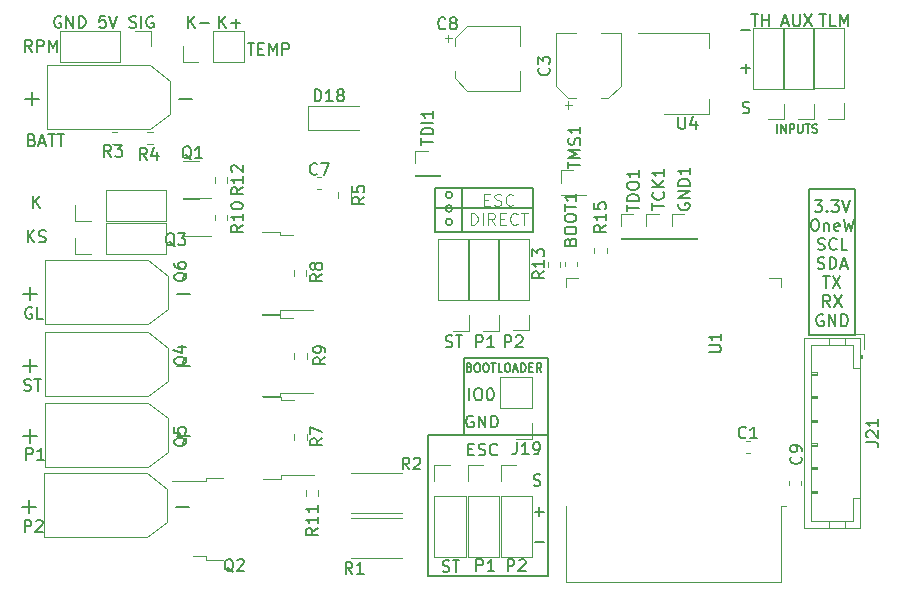
<source format=gbr>
%TF.GenerationSoftware,KiCad,Pcbnew,7.0.11-rc3*%
%TF.CreationDate,2024-12-28T02:26:29+01:00*%
%TF.ProjectId,jf-ecu32.7,6a662d65-6375-4333-922e-372e6b696361,rev?*%
%TF.SameCoordinates,Original*%
%TF.FileFunction,Legend,Top*%
%TF.FilePolarity,Positive*%
%FSLAX46Y46*%
G04 Gerber Fmt 4.6, Leading zero omitted, Abs format (unit mm)*
G04 Created by KiCad (PCBNEW 7.0.11-rc3) date 2024-12-28 02:26:29*
%MOMM*%
%LPD*%
G01*
G04 APERTURE LIST*
%ADD10C,0.150000*%
%ADD11C,0.125000*%
%ADD12C,0.120000*%
G04 APERTURE END LIST*
D10*
X48006000Y-166878000D02*
X56261000Y-166878000D01*
X49432981Y-168021000D02*
G75*
G03*
X48865019Y-168021000I-283981J0D01*
G01*
X48865019Y-168021000D02*
G75*
G03*
X49432981Y-168021000I283981J0D01*
G01*
X50442000Y-179520000D02*
X57540000Y-179520000D01*
X57540000Y-186060000D01*
X50442000Y-186060000D01*
X50442000Y-179520000D01*
X79621500Y-165270000D02*
X83558500Y-165270000D01*
X83558500Y-177567000D01*
X79621500Y-177567000D01*
X79621500Y-165270000D01*
X49432981Y-165735000D02*
G75*
G03*
X48865019Y-165735000I-283981J0D01*
G01*
X48865019Y-165735000D02*
G75*
G03*
X49432981Y-165735000I283981J0D01*
G01*
X47420000Y-186062000D02*
X57580000Y-186062000D01*
X57580000Y-198000000D01*
X47420000Y-198000000D01*
X47420000Y-186062000D01*
X50292000Y-165227000D02*
X50292000Y-168783000D01*
X49432981Y-166878000D02*
G75*
G03*
X48865019Y-166878000I-283981J0D01*
G01*
X48865019Y-166878000D02*
G75*
G03*
X49432981Y-166878000I283981J0D01*
G01*
X48006000Y-165163500D02*
X56261000Y-165163500D01*
X56261000Y-168846500D01*
X48006000Y-168846500D01*
X48006000Y-165163500D01*
X56429048Y-192553866D02*
X57190953Y-192553866D01*
X56810000Y-192934819D02*
X56810000Y-192172914D01*
X50880000Y-183114819D02*
X50880000Y-182114819D01*
X51546666Y-182114819D02*
X51737142Y-182114819D01*
X51737142Y-182114819D02*
X51832380Y-182162438D01*
X51832380Y-182162438D02*
X51927618Y-182257676D01*
X51927618Y-182257676D02*
X51975237Y-182448152D01*
X51975237Y-182448152D02*
X51975237Y-182781485D01*
X51975237Y-182781485D02*
X51927618Y-182971961D01*
X51927618Y-182971961D02*
X51832380Y-183067200D01*
X51832380Y-183067200D02*
X51737142Y-183114819D01*
X51737142Y-183114819D02*
X51546666Y-183114819D01*
X51546666Y-183114819D02*
X51451428Y-183067200D01*
X51451428Y-183067200D02*
X51356190Y-182971961D01*
X51356190Y-182971961D02*
X51308571Y-182781485D01*
X51308571Y-182781485D02*
X51308571Y-182448152D01*
X51308571Y-182448152D02*
X51356190Y-182257676D01*
X51356190Y-182257676D02*
X51451428Y-182162438D01*
X51451428Y-182162438D02*
X51546666Y-182114819D01*
X52594285Y-182114819D02*
X52689523Y-182114819D01*
X52689523Y-182114819D02*
X52784761Y-182162438D01*
X52784761Y-182162438D02*
X52832380Y-182210057D01*
X52832380Y-182210057D02*
X52879999Y-182305295D01*
X52879999Y-182305295D02*
X52927618Y-182495771D01*
X52927618Y-182495771D02*
X52927618Y-182733866D01*
X52927618Y-182733866D02*
X52879999Y-182924342D01*
X52879999Y-182924342D02*
X52832380Y-183019580D01*
X52832380Y-183019580D02*
X52784761Y-183067200D01*
X52784761Y-183067200D02*
X52689523Y-183114819D01*
X52689523Y-183114819D02*
X52594285Y-183114819D01*
X52594285Y-183114819D02*
X52499047Y-183067200D01*
X52499047Y-183067200D02*
X52451428Y-183019580D01*
X52451428Y-183019580D02*
X52403809Y-182924342D01*
X52403809Y-182924342D02*
X52356190Y-182733866D01*
X52356190Y-182733866D02*
X52356190Y-182495771D01*
X52356190Y-182495771D02*
X52403809Y-182305295D01*
X52403809Y-182305295D02*
X52451428Y-182210057D01*
X52451428Y-182210057D02*
X52499047Y-182162438D01*
X52499047Y-182162438D02*
X52594285Y-182114819D01*
X76929667Y-160463033D02*
X76929667Y-159763033D01*
X77263000Y-160463033D02*
X77263000Y-159763033D01*
X77263000Y-159763033D02*
X77663000Y-160463033D01*
X77663000Y-160463033D02*
X77663000Y-159763033D01*
X77996333Y-160463033D02*
X77996333Y-159763033D01*
X77996333Y-159763033D02*
X78263000Y-159763033D01*
X78263000Y-159763033D02*
X78329667Y-159796366D01*
X78329667Y-159796366D02*
X78363000Y-159829700D01*
X78363000Y-159829700D02*
X78396333Y-159896366D01*
X78396333Y-159896366D02*
X78396333Y-159996366D01*
X78396333Y-159996366D02*
X78363000Y-160063033D01*
X78363000Y-160063033D02*
X78329667Y-160096366D01*
X78329667Y-160096366D02*
X78263000Y-160129700D01*
X78263000Y-160129700D02*
X77996333Y-160129700D01*
X78696333Y-159763033D02*
X78696333Y-160329700D01*
X78696333Y-160329700D02*
X78729667Y-160396366D01*
X78729667Y-160396366D02*
X78763000Y-160429700D01*
X78763000Y-160429700D02*
X78829667Y-160463033D01*
X78829667Y-160463033D02*
X78963000Y-160463033D01*
X78963000Y-160463033D02*
X79029667Y-160429700D01*
X79029667Y-160429700D02*
X79063000Y-160396366D01*
X79063000Y-160396366D02*
X79096333Y-160329700D01*
X79096333Y-160329700D02*
X79096333Y-159763033D01*
X79329666Y-159763033D02*
X79729666Y-159763033D01*
X79529666Y-160463033D02*
X79529666Y-159763033D01*
X79929666Y-160429700D02*
X80029666Y-160463033D01*
X80029666Y-160463033D02*
X80196333Y-160463033D01*
X80196333Y-160463033D02*
X80262999Y-160429700D01*
X80262999Y-160429700D02*
X80296333Y-160396366D01*
X80296333Y-160396366D02*
X80329666Y-160329700D01*
X80329666Y-160329700D02*
X80329666Y-160263033D01*
X80329666Y-160263033D02*
X80296333Y-160196366D01*
X80296333Y-160196366D02*
X80262999Y-160163033D01*
X80262999Y-160163033D02*
X80196333Y-160129700D01*
X80196333Y-160129700D02*
X80062999Y-160096366D01*
X80062999Y-160096366D02*
X79996333Y-160063033D01*
X79996333Y-160063033D02*
X79962999Y-160029700D01*
X79962999Y-160029700D02*
X79929666Y-159963033D01*
X79929666Y-159963033D02*
X79929666Y-159896366D01*
X79929666Y-159896366D02*
X79962999Y-159829700D01*
X79962999Y-159829700D02*
X79996333Y-159796366D01*
X79996333Y-159796366D02*
X80062999Y-159763033D01*
X80062999Y-159763033D02*
X80229666Y-159763033D01*
X80229666Y-159763033D02*
X80329666Y-159796366D01*
X74580713Y-157879800D02*
X74437856Y-157832180D01*
X74437856Y-157832180D02*
X74199761Y-157832180D01*
X74199761Y-157832180D02*
X74104523Y-157879800D01*
X74104523Y-157879800D02*
X74056904Y-157927419D01*
X74056904Y-157927419D02*
X74009285Y-158022657D01*
X74009285Y-158022657D02*
X74009285Y-158117895D01*
X74009285Y-158117895D02*
X74056904Y-158213133D01*
X74056904Y-158213133D02*
X74104523Y-158260752D01*
X74104523Y-158260752D02*
X74199761Y-158308371D01*
X74199761Y-158308371D02*
X74390237Y-158355990D01*
X74390237Y-158355990D02*
X74485475Y-158403609D01*
X74485475Y-158403609D02*
X74533094Y-158451228D01*
X74533094Y-158451228D02*
X74580713Y-158546466D01*
X74580713Y-158546466D02*
X74580713Y-158641704D01*
X74580713Y-158641704D02*
X74533094Y-158736942D01*
X74533094Y-158736942D02*
X74485475Y-158784561D01*
X74485475Y-158784561D02*
X74390237Y-158832180D01*
X74390237Y-158832180D02*
X74152142Y-158832180D01*
X74152142Y-158832180D02*
X74009285Y-158784561D01*
X74675951Y-154993133D02*
X73914047Y-154993133D01*
X74294999Y-154612180D02*
X74294999Y-155374085D01*
X74675951Y-151773133D02*
X73914047Y-151773133D01*
X29726048Y-151584819D02*
X29726048Y-150584819D01*
X30297476Y-151584819D02*
X29868905Y-151013390D01*
X30297476Y-150584819D02*
X29726048Y-151156247D01*
X30726048Y-151203866D02*
X31487953Y-151203866D01*
X31107000Y-151584819D02*
X31107000Y-150822914D01*
X13843095Y-153616819D02*
X13509762Y-153140628D01*
X13271667Y-153616819D02*
X13271667Y-152616819D01*
X13271667Y-152616819D02*
X13652619Y-152616819D01*
X13652619Y-152616819D02*
X13747857Y-152664438D01*
X13747857Y-152664438D02*
X13795476Y-152712057D01*
X13795476Y-152712057D02*
X13843095Y-152807295D01*
X13843095Y-152807295D02*
X13843095Y-152950152D01*
X13843095Y-152950152D02*
X13795476Y-153045390D01*
X13795476Y-153045390D02*
X13747857Y-153093009D01*
X13747857Y-153093009D02*
X13652619Y-153140628D01*
X13652619Y-153140628D02*
X13271667Y-153140628D01*
X14271667Y-153616819D02*
X14271667Y-152616819D01*
X14271667Y-152616819D02*
X14652619Y-152616819D01*
X14652619Y-152616819D02*
X14747857Y-152664438D01*
X14747857Y-152664438D02*
X14795476Y-152712057D01*
X14795476Y-152712057D02*
X14843095Y-152807295D01*
X14843095Y-152807295D02*
X14843095Y-152950152D01*
X14843095Y-152950152D02*
X14795476Y-153045390D01*
X14795476Y-153045390D02*
X14747857Y-153093009D01*
X14747857Y-153093009D02*
X14652619Y-153140628D01*
X14652619Y-153140628D02*
X14271667Y-153140628D01*
X15271667Y-153616819D02*
X15271667Y-152616819D01*
X15271667Y-152616819D02*
X15605000Y-153331104D01*
X15605000Y-153331104D02*
X15938333Y-152616819D01*
X15938333Y-152616819D02*
X15938333Y-153616819D01*
X13866952Y-161094009D02*
X14009809Y-161141628D01*
X14009809Y-161141628D02*
X14057428Y-161189247D01*
X14057428Y-161189247D02*
X14105047Y-161284485D01*
X14105047Y-161284485D02*
X14105047Y-161427342D01*
X14105047Y-161427342D02*
X14057428Y-161522580D01*
X14057428Y-161522580D02*
X14009809Y-161570200D01*
X14009809Y-161570200D02*
X13914571Y-161617819D01*
X13914571Y-161617819D02*
X13533619Y-161617819D01*
X13533619Y-161617819D02*
X13533619Y-160617819D01*
X13533619Y-160617819D02*
X13866952Y-160617819D01*
X13866952Y-160617819D02*
X13962190Y-160665438D01*
X13962190Y-160665438D02*
X14009809Y-160713057D01*
X14009809Y-160713057D02*
X14057428Y-160808295D01*
X14057428Y-160808295D02*
X14057428Y-160903533D01*
X14057428Y-160903533D02*
X14009809Y-160998771D01*
X14009809Y-160998771D02*
X13962190Y-161046390D01*
X13962190Y-161046390D02*
X13866952Y-161094009D01*
X13866952Y-161094009D02*
X13533619Y-161094009D01*
X14486000Y-161332104D02*
X14962190Y-161332104D01*
X14390762Y-161617819D02*
X14724095Y-160617819D01*
X14724095Y-160617819D02*
X15057428Y-161617819D01*
X15247905Y-160617819D02*
X15819333Y-160617819D01*
X15533619Y-161617819D02*
X15533619Y-160617819D01*
X16009810Y-160617819D02*
X16581238Y-160617819D01*
X16295524Y-161617819D02*
X16295524Y-160617819D01*
X13176333Y-182271200D02*
X13319190Y-182318819D01*
X13319190Y-182318819D02*
X13557285Y-182318819D01*
X13557285Y-182318819D02*
X13652523Y-182271200D01*
X13652523Y-182271200D02*
X13700142Y-182223580D01*
X13700142Y-182223580D02*
X13747761Y-182128342D01*
X13747761Y-182128342D02*
X13747761Y-182033104D01*
X13747761Y-182033104D02*
X13700142Y-181937866D01*
X13700142Y-181937866D02*
X13652523Y-181890247D01*
X13652523Y-181890247D02*
X13557285Y-181842628D01*
X13557285Y-181842628D02*
X13366809Y-181795009D01*
X13366809Y-181795009D02*
X13271571Y-181747390D01*
X13271571Y-181747390D02*
X13223952Y-181699771D01*
X13223952Y-181699771D02*
X13176333Y-181604533D01*
X13176333Y-181604533D02*
X13176333Y-181509295D01*
X13176333Y-181509295D02*
X13223952Y-181414057D01*
X13223952Y-181414057D02*
X13271571Y-181366438D01*
X13271571Y-181366438D02*
X13366809Y-181318819D01*
X13366809Y-181318819D02*
X13604904Y-181318819D01*
X13604904Y-181318819D02*
X13747761Y-181366438D01*
X14033476Y-181318819D02*
X14604904Y-181318819D01*
X14319190Y-182318819D02*
X14319190Y-181318819D01*
X48613333Y-197607200D02*
X48756190Y-197654819D01*
X48756190Y-197654819D02*
X48994285Y-197654819D01*
X48994285Y-197654819D02*
X49089523Y-197607200D01*
X49089523Y-197607200D02*
X49137142Y-197559580D01*
X49137142Y-197559580D02*
X49184761Y-197464342D01*
X49184761Y-197464342D02*
X49184761Y-197369104D01*
X49184761Y-197369104D02*
X49137142Y-197273866D01*
X49137142Y-197273866D02*
X49089523Y-197226247D01*
X49089523Y-197226247D02*
X48994285Y-197178628D01*
X48994285Y-197178628D02*
X48803809Y-197131009D01*
X48803809Y-197131009D02*
X48708571Y-197083390D01*
X48708571Y-197083390D02*
X48660952Y-197035771D01*
X48660952Y-197035771D02*
X48613333Y-196940533D01*
X48613333Y-196940533D02*
X48613333Y-196845295D01*
X48613333Y-196845295D02*
X48660952Y-196750057D01*
X48660952Y-196750057D02*
X48708571Y-196702438D01*
X48708571Y-196702438D02*
X48803809Y-196654819D01*
X48803809Y-196654819D02*
X49041904Y-196654819D01*
X49041904Y-196654819D02*
X49184761Y-196702438D01*
X49470476Y-196654819D02*
X50041904Y-196654819D01*
X49756190Y-197654819D02*
X49756190Y-196654819D01*
X16296142Y-150632438D02*
X16200904Y-150584819D01*
X16200904Y-150584819D02*
X16058047Y-150584819D01*
X16058047Y-150584819D02*
X15915190Y-150632438D01*
X15915190Y-150632438D02*
X15819952Y-150727676D01*
X15819952Y-150727676D02*
X15772333Y-150822914D01*
X15772333Y-150822914D02*
X15724714Y-151013390D01*
X15724714Y-151013390D02*
X15724714Y-151156247D01*
X15724714Y-151156247D02*
X15772333Y-151346723D01*
X15772333Y-151346723D02*
X15819952Y-151441961D01*
X15819952Y-151441961D02*
X15915190Y-151537200D01*
X15915190Y-151537200D02*
X16058047Y-151584819D01*
X16058047Y-151584819D02*
X16153285Y-151584819D01*
X16153285Y-151584819D02*
X16296142Y-151537200D01*
X16296142Y-151537200D02*
X16343761Y-151489580D01*
X16343761Y-151489580D02*
X16343761Y-151156247D01*
X16343761Y-151156247D02*
X16153285Y-151156247D01*
X16772333Y-151584819D02*
X16772333Y-150584819D01*
X16772333Y-150584819D02*
X17343761Y-151584819D01*
X17343761Y-151584819D02*
X17343761Y-150584819D01*
X17819952Y-151584819D02*
X17819952Y-150584819D01*
X17819952Y-150584819D02*
X18058047Y-150584819D01*
X18058047Y-150584819D02*
X18200904Y-150632438D01*
X18200904Y-150632438D02*
X18296142Y-150727676D01*
X18296142Y-150727676D02*
X18343761Y-150822914D01*
X18343761Y-150822914D02*
X18391380Y-151013390D01*
X18391380Y-151013390D02*
X18391380Y-151156247D01*
X18391380Y-151156247D02*
X18343761Y-151346723D01*
X18343761Y-151346723D02*
X18296142Y-151441961D01*
X18296142Y-151441961D02*
X18200904Y-151537200D01*
X18200904Y-151537200D02*
X18058047Y-151584819D01*
X18058047Y-151584819D02*
X17819952Y-151584819D01*
X20058047Y-150584819D02*
X19581857Y-150584819D01*
X19581857Y-150584819D02*
X19534238Y-151061009D01*
X19534238Y-151061009D02*
X19581857Y-151013390D01*
X19581857Y-151013390D02*
X19677095Y-150965771D01*
X19677095Y-150965771D02*
X19915190Y-150965771D01*
X19915190Y-150965771D02*
X20010428Y-151013390D01*
X20010428Y-151013390D02*
X20058047Y-151061009D01*
X20058047Y-151061009D02*
X20105666Y-151156247D01*
X20105666Y-151156247D02*
X20105666Y-151394342D01*
X20105666Y-151394342D02*
X20058047Y-151489580D01*
X20058047Y-151489580D02*
X20010428Y-151537200D01*
X20010428Y-151537200D02*
X19915190Y-151584819D01*
X19915190Y-151584819D02*
X19677095Y-151584819D01*
X19677095Y-151584819D02*
X19581857Y-151537200D01*
X19581857Y-151537200D02*
X19534238Y-151489580D01*
X20391381Y-150584819D02*
X20724714Y-151584819D01*
X20724714Y-151584819D02*
X21058047Y-150584819D01*
X22105667Y-151537200D02*
X22248524Y-151584819D01*
X22248524Y-151584819D02*
X22486619Y-151584819D01*
X22486619Y-151584819D02*
X22581857Y-151537200D01*
X22581857Y-151537200D02*
X22629476Y-151489580D01*
X22629476Y-151489580D02*
X22677095Y-151394342D01*
X22677095Y-151394342D02*
X22677095Y-151299104D01*
X22677095Y-151299104D02*
X22629476Y-151203866D01*
X22629476Y-151203866D02*
X22581857Y-151156247D01*
X22581857Y-151156247D02*
X22486619Y-151108628D01*
X22486619Y-151108628D02*
X22296143Y-151061009D01*
X22296143Y-151061009D02*
X22200905Y-151013390D01*
X22200905Y-151013390D02*
X22153286Y-150965771D01*
X22153286Y-150965771D02*
X22105667Y-150870533D01*
X22105667Y-150870533D02*
X22105667Y-150775295D01*
X22105667Y-150775295D02*
X22153286Y-150680057D01*
X22153286Y-150680057D02*
X22200905Y-150632438D01*
X22200905Y-150632438D02*
X22296143Y-150584819D01*
X22296143Y-150584819D02*
X22534238Y-150584819D01*
X22534238Y-150584819D02*
X22677095Y-150632438D01*
X23105667Y-151584819D02*
X23105667Y-150584819D01*
X24105666Y-150632438D02*
X24010428Y-150584819D01*
X24010428Y-150584819D02*
X23867571Y-150584819D01*
X23867571Y-150584819D02*
X23724714Y-150632438D01*
X23724714Y-150632438D02*
X23629476Y-150727676D01*
X23629476Y-150727676D02*
X23581857Y-150822914D01*
X23581857Y-150822914D02*
X23534238Y-151013390D01*
X23534238Y-151013390D02*
X23534238Y-151156247D01*
X23534238Y-151156247D02*
X23581857Y-151346723D01*
X23581857Y-151346723D02*
X23629476Y-151441961D01*
X23629476Y-151441961D02*
X23724714Y-151537200D01*
X23724714Y-151537200D02*
X23867571Y-151584819D01*
X23867571Y-151584819D02*
X23962809Y-151584819D01*
X23962809Y-151584819D02*
X24105666Y-151537200D01*
X24105666Y-151537200D02*
X24153285Y-151489580D01*
X24153285Y-151489580D02*
X24153285Y-151156247D01*
X24153285Y-151156247D02*
X23962809Y-151156247D01*
X74755476Y-150457819D02*
X75326904Y-150457819D01*
X75041190Y-151457819D02*
X75041190Y-150457819D01*
X75660238Y-151457819D02*
X75660238Y-150457819D01*
X75660238Y-150934009D02*
X76231666Y-150934009D01*
X76231666Y-151457819D02*
X76231666Y-150457819D01*
X13231905Y-194256819D02*
X13231905Y-193256819D01*
X13231905Y-193256819D02*
X13612857Y-193256819D01*
X13612857Y-193256819D02*
X13708095Y-193304438D01*
X13708095Y-193304438D02*
X13755714Y-193352057D01*
X13755714Y-193352057D02*
X13803333Y-193447295D01*
X13803333Y-193447295D02*
X13803333Y-193590152D01*
X13803333Y-193590152D02*
X13755714Y-193685390D01*
X13755714Y-193685390D02*
X13708095Y-193733009D01*
X13708095Y-193733009D02*
X13612857Y-193780628D01*
X13612857Y-193780628D02*
X13231905Y-193780628D01*
X14184286Y-193352057D02*
X14231905Y-193304438D01*
X14231905Y-193304438D02*
X14327143Y-193256819D01*
X14327143Y-193256819D02*
X14565238Y-193256819D01*
X14565238Y-193256819D02*
X14660476Y-193304438D01*
X14660476Y-193304438D02*
X14708095Y-193352057D01*
X14708095Y-193352057D02*
X14755714Y-193447295D01*
X14755714Y-193447295D02*
X14755714Y-193542533D01*
X14755714Y-193542533D02*
X14708095Y-193685390D01*
X14708095Y-193685390D02*
X14136667Y-194256819D01*
X14136667Y-194256819D02*
X14755714Y-194256819D01*
X13962095Y-166824819D02*
X13962095Y-165824819D01*
X14533523Y-166824819D02*
X14104952Y-166253390D01*
X14533523Y-165824819D02*
X13962095Y-166396247D01*
X13485905Y-169745819D02*
X13485905Y-168745819D01*
X14057333Y-169745819D02*
X13628762Y-169174390D01*
X14057333Y-168745819D02*
X13485905Y-169317247D01*
X14438286Y-169698200D02*
X14581143Y-169745819D01*
X14581143Y-169745819D02*
X14819238Y-169745819D01*
X14819238Y-169745819D02*
X14914476Y-169698200D01*
X14914476Y-169698200D02*
X14962095Y-169650580D01*
X14962095Y-169650580D02*
X15009714Y-169555342D01*
X15009714Y-169555342D02*
X15009714Y-169460104D01*
X15009714Y-169460104D02*
X14962095Y-169364866D01*
X14962095Y-169364866D02*
X14914476Y-169317247D01*
X14914476Y-169317247D02*
X14819238Y-169269628D01*
X14819238Y-169269628D02*
X14628762Y-169222009D01*
X14628762Y-169222009D02*
X14533524Y-169174390D01*
X14533524Y-169174390D02*
X14485905Y-169126771D01*
X14485905Y-169126771D02*
X14438286Y-169031533D01*
X14438286Y-169031533D02*
X14438286Y-168936295D01*
X14438286Y-168936295D02*
X14485905Y-168841057D01*
X14485905Y-168841057D02*
X14533524Y-168793438D01*
X14533524Y-168793438D02*
X14628762Y-168745819D01*
X14628762Y-168745819D02*
X14866857Y-168745819D01*
X14866857Y-168745819D02*
X15009714Y-168793438D01*
X51458905Y-178635819D02*
X51458905Y-177635819D01*
X51458905Y-177635819D02*
X51839857Y-177635819D01*
X51839857Y-177635819D02*
X51935095Y-177683438D01*
X51935095Y-177683438D02*
X51982714Y-177731057D01*
X51982714Y-177731057D02*
X52030333Y-177826295D01*
X52030333Y-177826295D02*
X52030333Y-177969152D01*
X52030333Y-177969152D02*
X51982714Y-178064390D01*
X51982714Y-178064390D02*
X51935095Y-178112009D01*
X51935095Y-178112009D02*
X51839857Y-178159628D01*
X51839857Y-178159628D02*
X51458905Y-178159628D01*
X52982714Y-178635819D02*
X52411286Y-178635819D01*
X52697000Y-178635819D02*
X52697000Y-177635819D01*
X52697000Y-177635819D02*
X52601762Y-177778676D01*
X52601762Y-177778676D02*
X52506524Y-177873914D01*
X52506524Y-177873914D02*
X52411286Y-177921533D01*
X50809524Y-187271009D02*
X51142857Y-187271009D01*
X51285714Y-187794819D02*
X50809524Y-187794819D01*
X50809524Y-187794819D02*
X50809524Y-186794819D01*
X50809524Y-186794819D02*
X51285714Y-186794819D01*
X51666667Y-187747200D02*
X51809524Y-187794819D01*
X51809524Y-187794819D02*
X52047619Y-187794819D01*
X52047619Y-187794819D02*
X52142857Y-187747200D01*
X52142857Y-187747200D02*
X52190476Y-187699580D01*
X52190476Y-187699580D02*
X52238095Y-187604342D01*
X52238095Y-187604342D02*
X52238095Y-187509104D01*
X52238095Y-187509104D02*
X52190476Y-187413866D01*
X52190476Y-187413866D02*
X52142857Y-187366247D01*
X52142857Y-187366247D02*
X52047619Y-187318628D01*
X52047619Y-187318628D02*
X51857143Y-187271009D01*
X51857143Y-187271009D02*
X51761905Y-187223390D01*
X51761905Y-187223390D02*
X51714286Y-187175771D01*
X51714286Y-187175771D02*
X51666667Y-187080533D01*
X51666667Y-187080533D02*
X51666667Y-186985295D01*
X51666667Y-186985295D02*
X51714286Y-186890057D01*
X51714286Y-186890057D02*
X51761905Y-186842438D01*
X51761905Y-186842438D02*
X51857143Y-186794819D01*
X51857143Y-186794819D02*
X52095238Y-186794819D01*
X52095238Y-186794819D02*
X52238095Y-186842438D01*
X53238095Y-187699580D02*
X53190476Y-187747200D01*
X53190476Y-187747200D02*
X53047619Y-187794819D01*
X53047619Y-187794819D02*
X52952381Y-187794819D01*
X52952381Y-187794819D02*
X52809524Y-187747200D01*
X52809524Y-187747200D02*
X52714286Y-187651961D01*
X52714286Y-187651961D02*
X52666667Y-187556723D01*
X52666667Y-187556723D02*
X52619048Y-187366247D01*
X52619048Y-187366247D02*
X52619048Y-187223390D01*
X52619048Y-187223390D02*
X52666667Y-187032914D01*
X52666667Y-187032914D02*
X52714286Y-186937676D01*
X52714286Y-186937676D02*
X52809524Y-186842438D01*
X52809524Y-186842438D02*
X52952381Y-186794819D01*
X52952381Y-186794819D02*
X53047619Y-186794819D01*
X53047619Y-186794819D02*
X53190476Y-186842438D01*
X53190476Y-186842438D02*
X53238095Y-186890057D01*
X53871905Y-178635819D02*
X53871905Y-177635819D01*
X53871905Y-177635819D02*
X54252857Y-177635819D01*
X54252857Y-177635819D02*
X54348095Y-177683438D01*
X54348095Y-177683438D02*
X54395714Y-177731057D01*
X54395714Y-177731057D02*
X54443333Y-177826295D01*
X54443333Y-177826295D02*
X54443333Y-177969152D01*
X54443333Y-177969152D02*
X54395714Y-178064390D01*
X54395714Y-178064390D02*
X54348095Y-178112009D01*
X54348095Y-178112009D02*
X54252857Y-178159628D01*
X54252857Y-178159628D02*
X53871905Y-178159628D01*
X54824286Y-177731057D02*
X54871905Y-177683438D01*
X54871905Y-177683438D02*
X54967143Y-177635819D01*
X54967143Y-177635819D02*
X55205238Y-177635819D01*
X55205238Y-177635819D02*
X55300476Y-177683438D01*
X55300476Y-177683438D02*
X55348095Y-177731057D01*
X55348095Y-177731057D02*
X55395714Y-177826295D01*
X55395714Y-177826295D02*
X55395714Y-177921533D01*
X55395714Y-177921533D02*
X55348095Y-178064390D01*
X55348095Y-178064390D02*
X54776667Y-178635819D01*
X54776667Y-178635819D02*
X55395714Y-178635819D01*
X54131905Y-197594819D02*
X54131905Y-196594819D01*
X54131905Y-196594819D02*
X54512857Y-196594819D01*
X54512857Y-196594819D02*
X54608095Y-196642438D01*
X54608095Y-196642438D02*
X54655714Y-196690057D01*
X54655714Y-196690057D02*
X54703333Y-196785295D01*
X54703333Y-196785295D02*
X54703333Y-196928152D01*
X54703333Y-196928152D02*
X54655714Y-197023390D01*
X54655714Y-197023390D02*
X54608095Y-197071009D01*
X54608095Y-197071009D02*
X54512857Y-197118628D01*
X54512857Y-197118628D02*
X54131905Y-197118628D01*
X55084286Y-196690057D02*
X55131905Y-196642438D01*
X55131905Y-196642438D02*
X55227143Y-196594819D01*
X55227143Y-196594819D02*
X55465238Y-196594819D01*
X55465238Y-196594819D02*
X55560476Y-196642438D01*
X55560476Y-196642438D02*
X55608095Y-196690057D01*
X55608095Y-196690057D02*
X55655714Y-196785295D01*
X55655714Y-196785295D02*
X55655714Y-196880533D01*
X55655714Y-196880533D02*
X55608095Y-197023390D01*
X55608095Y-197023390D02*
X55036667Y-197594819D01*
X55036667Y-197594819D02*
X55655714Y-197594819D01*
X32099476Y-152870819D02*
X32670904Y-152870819D01*
X32385190Y-153870819D02*
X32385190Y-152870819D01*
X33004238Y-153347009D02*
X33337571Y-153347009D01*
X33480428Y-153870819D02*
X33004238Y-153870819D01*
X33004238Y-153870819D02*
X33004238Y-152870819D01*
X33004238Y-152870819D02*
X33480428Y-152870819D01*
X33909000Y-153870819D02*
X33909000Y-152870819D01*
X33909000Y-152870819D02*
X34242333Y-153585104D01*
X34242333Y-153585104D02*
X34575666Y-152870819D01*
X34575666Y-152870819D02*
X34575666Y-153870819D01*
X35051857Y-153870819D02*
X35051857Y-152870819D01*
X35051857Y-152870819D02*
X35432809Y-152870819D01*
X35432809Y-152870819D02*
X35528047Y-152918438D01*
X35528047Y-152918438D02*
X35575666Y-152966057D01*
X35575666Y-152966057D02*
X35623285Y-153061295D01*
X35623285Y-153061295D02*
X35623285Y-153204152D01*
X35623285Y-153204152D02*
X35575666Y-153299390D01*
X35575666Y-153299390D02*
X35528047Y-153347009D01*
X35528047Y-153347009D02*
X35432809Y-153394628D01*
X35432809Y-153394628D02*
X35051857Y-153394628D01*
X56324286Y-190337200D02*
X56467143Y-190384819D01*
X56467143Y-190384819D02*
X56705238Y-190384819D01*
X56705238Y-190384819D02*
X56800476Y-190337200D01*
X56800476Y-190337200D02*
X56848095Y-190289580D01*
X56848095Y-190289580D02*
X56895714Y-190194342D01*
X56895714Y-190194342D02*
X56895714Y-190099104D01*
X56895714Y-190099104D02*
X56848095Y-190003866D01*
X56848095Y-190003866D02*
X56800476Y-189956247D01*
X56800476Y-189956247D02*
X56705238Y-189908628D01*
X56705238Y-189908628D02*
X56514762Y-189861009D01*
X56514762Y-189861009D02*
X56419524Y-189813390D01*
X56419524Y-189813390D02*
X56371905Y-189765771D01*
X56371905Y-189765771D02*
X56324286Y-189670533D01*
X56324286Y-189670533D02*
X56324286Y-189575295D01*
X56324286Y-189575295D02*
X56371905Y-189480057D01*
X56371905Y-189480057D02*
X56419524Y-189432438D01*
X56419524Y-189432438D02*
X56514762Y-189384819D01*
X56514762Y-189384819D02*
X56752857Y-189384819D01*
X56752857Y-189384819D02*
X56895714Y-189432438D01*
X80526095Y-150457819D02*
X81097523Y-150457819D01*
X80811809Y-151457819D02*
X80811809Y-150457819D01*
X81907047Y-151457819D02*
X81430857Y-151457819D01*
X81430857Y-151457819D02*
X81430857Y-150457819D01*
X82240381Y-151457819D02*
X82240381Y-150457819D01*
X82240381Y-150457819D02*
X82573714Y-151172104D01*
X82573714Y-151172104D02*
X82907047Y-150457819D01*
X82907047Y-150457819D02*
X82907047Y-151457819D01*
X48863333Y-178588200D02*
X49006190Y-178635819D01*
X49006190Y-178635819D02*
X49244285Y-178635819D01*
X49244285Y-178635819D02*
X49339523Y-178588200D01*
X49339523Y-178588200D02*
X49387142Y-178540580D01*
X49387142Y-178540580D02*
X49434761Y-178445342D01*
X49434761Y-178445342D02*
X49434761Y-178350104D01*
X49434761Y-178350104D02*
X49387142Y-178254866D01*
X49387142Y-178254866D02*
X49339523Y-178207247D01*
X49339523Y-178207247D02*
X49244285Y-178159628D01*
X49244285Y-178159628D02*
X49053809Y-178112009D01*
X49053809Y-178112009D02*
X48958571Y-178064390D01*
X48958571Y-178064390D02*
X48910952Y-178016771D01*
X48910952Y-178016771D02*
X48863333Y-177921533D01*
X48863333Y-177921533D02*
X48863333Y-177826295D01*
X48863333Y-177826295D02*
X48910952Y-177731057D01*
X48910952Y-177731057D02*
X48958571Y-177683438D01*
X48958571Y-177683438D02*
X49053809Y-177635819D01*
X49053809Y-177635819D02*
X49291904Y-177635819D01*
X49291904Y-177635819D02*
X49434761Y-177683438D01*
X49720476Y-177635819D02*
X50291904Y-177635819D01*
X50006190Y-178635819D02*
X50006190Y-177635819D01*
X13358905Y-188160819D02*
X13358905Y-187160819D01*
X13358905Y-187160819D02*
X13739857Y-187160819D01*
X13739857Y-187160819D02*
X13835095Y-187208438D01*
X13835095Y-187208438D02*
X13882714Y-187256057D01*
X13882714Y-187256057D02*
X13930333Y-187351295D01*
X13930333Y-187351295D02*
X13930333Y-187494152D01*
X13930333Y-187494152D02*
X13882714Y-187589390D01*
X13882714Y-187589390D02*
X13835095Y-187637009D01*
X13835095Y-187637009D02*
X13739857Y-187684628D01*
X13739857Y-187684628D02*
X13358905Y-187684628D01*
X14882714Y-188160819D02*
X14311286Y-188160819D01*
X14597000Y-188160819D02*
X14597000Y-187160819D01*
X14597000Y-187160819D02*
X14501762Y-187303676D01*
X14501762Y-187303676D02*
X14406524Y-187398914D01*
X14406524Y-187398914D02*
X14311286Y-187446533D01*
X50883334Y-180339366D02*
X50983334Y-180372700D01*
X50983334Y-180372700D02*
X51016667Y-180406033D01*
X51016667Y-180406033D02*
X51050000Y-180472700D01*
X51050000Y-180472700D02*
X51050000Y-180572700D01*
X51050000Y-180572700D02*
X51016667Y-180639366D01*
X51016667Y-180639366D02*
X50983334Y-180672700D01*
X50983334Y-180672700D02*
X50916667Y-180706033D01*
X50916667Y-180706033D02*
X50650000Y-180706033D01*
X50650000Y-180706033D02*
X50650000Y-180006033D01*
X50650000Y-180006033D02*
X50883334Y-180006033D01*
X50883334Y-180006033D02*
X50950000Y-180039366D01*
X50950000Y-180039366D02*
X50983334Y-180072700D01*
X50983334Y-180072700D02*
X51016667Y-180139366D01*
X51016667Y-180139366D02*
X51016667Y-180206033D01*
X51016667Y-180206033D02*
X50983334Y-180272700D01*
X50983334Y-180272700D02*
X50950000Y-180306033D01*
X50950000Y-180306033D02*
X50883334Y-180339366D01*
X50883334Y-180339366D02*
X50650000Y-180339366D01*
X51483334Y-180006033D02*
X51616667Y-180006033D01*
X51616667Y-180006033D02*
X51683334Y-180039366D01*
X51683334Y-180039366D02*
X51750000Y-180106033D01*
X51750000Y-180106033D02*
X51783334Y-180239366D01*
X51783334Y-180239366D02*
X51783334Y-180472700D01*
X51783334Y-180472700D02*
X51750000Y-180606033D01*
X51750000Y-180606033D02*
X51683334Y-180672700D01*
X51683334Y-180672700D02*
X51616667Y-180706033D01*
X51616667Y-180706033D02*
X51483334Y-180706033D01*
X51483334Y-180706033D02*
X51416667Y-180672700D01*
X51416667Y-180672700D02*
X51350000Y-180606033D01*
X51350000Y-180606033D02*
X51316667Y-180472700D01*
X51316667Y-180472700D02*
X51316667Y-180239366D01*
X51316667Y-180239366D02*
X51350000Y-180106033D01*
X51350000Y-180106033D02*
X51416667Y-180039366D01*
X51416667Y-180039366D02*
X51483334Y-180006033D01*
X52216667Y-180006033D02*
X52350000Y-180006033D01*
X52350000Y-180006033D02*
X52416667Y-180039366D01*
X52416667Y-180039366D02*
X52483333Y-180106033D01*
X52483333Y-180106033D02*
X52516667Y-180239366D01*
X52516667Y-180239366D02*
X52516667Y-180472700D01*
X52516667Y-180472700D02*
X52483333Y-180606033D01*
X52483333Y-180606033D02*
X52416667Y-180672700D01*
X52416667Y-180672700D02*
X52350000Y-180706033D01*
X52350000Y-180706033D02*
X52216667Y-180706033D01*
X52216667Y-180706033D02*
X52150000Y-180672700D01*
X52150000Y-180672700D02*
X52083333Y-180606033D01*
X52083333Y-180606033D02*
X52050000Y-180472700D01*
X52050000Y-180472700D02*
X52050000Y-180239366D01*
X52050000Y-180239366D02*
X52083333Y-180106033D01*
X52083333Y-180106033D02*
X52150000Y-180039366D01*
X52150000Y-180039366D02*
X52216667Y-180006033D01*
X52716666Y-180006033D02*
X53116666Y-180006033D01*
X52916666Y-180706033D02*
X52916666Y-180006033D01*
X53683333Y-180706033D02*
X53349999Y-180706033D01*
X53349999Y-180706033D02*
X53349999Y-180006033D01*
X54050000Y-180006033D02*
X54183333Y-180006033D01*
X54183333Y-180006033D02*
X54250000Y-180039366D01*
X54250000Y-180039366D02*
X54316666Y-180106033D01*
X54316666Y-180106033D02*
X54350000Y-180239366D01*
X54350000Y-180239366D02*
X54350000Y-180472700D01*
X54350000Y-180472700D02*
X54316666Y-180606033D01*
X54316666Y-180606033D02*
X54250000Y-180672700D01*
X54250000Y-180672700D02*
X54183333Y-180706033D01*
X54183333Y-180706033D02*
X54050000Y-180706033D01*
X54050000Y-180706033D02*
X53983333Y-180672700D01*
X53983333Y-180672700D02*
X53916666Y-180606033D01*
X53916666Y-180606033D02*
X53883333Y-180472700D01*
X53883333Y-180472700D02*
X53883333Y-180239366D01*
X53883333Y-180239366D02*
X53916666Y-180106033D01*
X53916666Y-180106033D02*
X53983333Y-180039366D01*
X53983333Y-180039366D02*
X54050000Y-180006033D01*
X54616666Y-180506033D02*
X54949999Y-180506033D01*
X54549999Y-180706033D02*
X54783333Y-180006033D01*
X54783333Y-180006033D02*
X55016666Y-180706033D01*
X55249999Y-180706033D02*
X55249999Y-180006033D01*
X55249999Y-180006033D02*
X55416666Y-180006033D01*
X55416666Y-180006033D02*
X55516666Y-180039366D01*
X55516666Y-180039366D02*
X55583333Y-180106033D01*
X55583333Y-180106033D02*
X55616666Y-180172700D01*
X55616666Y-180172700D02*
X55649999Y-180306033D01*
X55649999Y-180306033D02*
X55649999Y-180406033D01*
X55649999Y-180406033D02*
X55616666Y-180539366D01*
X55616666Y-180539366D02*
X55583333Y-180606033D01*
X55583333Y-180606033D02*
X55516666Y-180672700D01*
X55516666Y-180672700D02*
X55416666Y-180706033D01*
X55416666Y-180706033D02*
X55249999Y-180706033D01*
X55949999Y-180339366D02*
X56183333Y-180339366D01*
X56283333Y-180706033D02*
X55949999Y-180706033D01*
X55949999Y-180706033D02*
X55949999Y-180006033D01*
X55949999Y-180006033D02*
X56283333Y-180006033D01*
X56983332Y-180706033D02*
X56749999Y-180372700D01*
X56583332Y-180706033D02*
X56583332Y-180006033D01*
X56583332Y-180006033D02*
X56849999Y-180006033D01*
X56849999Y-180006033D02*
X56916666Y-180039366D01*
X56916666Y-180039366D02*
X56949999Y-180072700D01*
X56949999Y-180072700D02*
X56983332Y-180139366D01*
X56983332Y-180139366D02*
X56983332Y-180239366D01*
X56983332Y-180239366D02*
X56949999Y-180306033D01*
X56949999Y-180306033D02*
X56916666Y-180339366D01*
X56916666Y-180339366D02*
X56849999Y-180372700D01*
X56849999Y-180372700D02*
X56583332Y-180372700D01*
X56399048Y-195103866D02*
X57160953Y-195103866D01*
X80113810Y-166184819D02*
X80732857Y-166184819D01*
X80732857Y-166184819D02*
X80399524Y-166565771D01*
X80399524Y-166565771D02*
X80542381Y-166565771D01*
X80542381Y-166565771D02*
X80637619Y-166613390D01*
X80637619Y-166613390D02*
X80685238Y-166661009D01*
X80685238Y-166661009D02*
X80732857Y-166756247D01*
X80732857Y-166756247D02*
X80732857Y-166994342D01*
X80732857Y-166994342D02*
X80685238Y-167089580D01*
X80685238Y-167089580D02*
X80637619Y-167137200D01*
X80637619Y-167137200D02*
X80542381Y-167184819D01*
X80542381Y-167184819D02*
X80256667Y-167184819D01*
X80256667Y-167184819D02*
X80161429Y-167137200D01*
X80161429Y-167137200D02*
X80113810Y-167089580D01*
X81161429Y-167089580D02*
X81209048Y-167137200D01*
X81209048Y-167137200D02*
X81161429Y-167184819D01*
X81161429Y-167184819D02*
X81113810Y-167137200D01*
X81113810Y-167137200D02*
X81161429Y-167089580D01*
X81161429Y-167089580D02*
X81161429Y-167184819D01*
X81542381Y-166184819D02*
X82161428Y-166184819D01*
X82161428Y-166184819D02*
X81828095Y-166565771D01*
X81828095Y-166565771D02*
X81970952Y-166565771D01*
X81970952Y-166565771D02*
X82066190Y-166613390D01*
X82066190Y-166613390D02*
X82113809Y-166661009D01*
X82113809Y-166661009D02*
X82161428Y-166756247D01*
X82161428Y-166756247D02*
X82161428Y-166994342D01*
X82161428Y-166994342D02*
X82113809Y-167089580D01*
X82113809Y-167089580D02*
X82066190Y-167137200D01*
X82066190Y-167137200D02*
X81970952Y-167184819D01*
X81970952Y-167184819D02*
X81685238Y-167184819D01*
X81685238Y-167184819D02*
X81590000Y-167137200D01*
X81590000Y-167137200D02*
X81542381Y-167089580D01*
X82447143Y-166184819D02*
X82780476Y-167184819D01*
X82780476Y-167184819D02*
X83113809Y-166184819D01*
X80042381Y-167794819D02*
X80232857Y-167794819D01*
X80232857Y-167794819D02*
X80328095Y-167842438D01*
X80328095Y-167842438D02*
X80423333Y-167937676D01*
X80423333Y-167937676D02*
X80470952Y-168128152D01*
X80470952Y-168128152D02*
X80470952Y-168461485D01*
X80470952Y-168461485D02*
X80423333Y-168651961D01*
X80423333Y-168651961D02*
X80328095Y-168747200D01*
X80328095Y-168747200D02*
X80232857Y-168794819D01*
X80232857Y-168794819D02*
X80042381Y-168794819D01*
X80042381Y-168794819D02*
X79947143Y-168747200D01*
X79947143Y-168747200D02*
X79851905Y-168651961D01*
X79851905Y-168651961D02*
X79804286Y-168461485D01*
X79804286Y-168461485D02*
X79804286Y-168128152D01*
X79804286Y-168128152D02*
X79851905Y-167937676D01*
X79851905Y-167937676D02*
X79947143Y-167842438D01*
X79947143Y-167842438D02*
X80042381Y-167794819D01*
X80899524Y-168128152D02*
X80899524Y-168794819D01*
X80899524Y-168223390D02*
X80947143Y-168175771D01*
X80947143Y-168175771D02*
X81042381Y-168128152D01*
X81042381Y-168128152D02*
X81185238Y-168128152D01*
X81185238Y-168128152D02*
X81280476Y-168175771D01*
X81280476Y-168175771D02*
X81328095Y-168271009D01*
X81328095Y-168271009D02*
X81328095Y-168794819D01*
X82185238Y-168747200D02*
X82090000Y-168794819D01*
X82090000Y-168794819D02*
X81899524Y-168794819D01*
X81899524Y-168794819D02*
X81804286Y-168747200D01*
X81804286Y-168747200D02*
X81756667Y-168651961D01*
X81756667Y-168651961D02*
X81756667Y-168271009D01*
X81756667Y-168271009D02*
X81804286Y-168175771D01*
X81804286Y-168175771D02*
X81899524Y-168128152D01*
X81899524Y-168128152D02*
X82090000Y-168128152D01*
X82090000Y-168128152D02*
X82185238Y-168175771D01*
X82185238Y-168175771D02*
X82232857Y-168271009D01*
X82232857Y-168271009D02*
X82232857Y-168366247D01*
X82232857Y-168366247D02*
X81756667Y-168461485D01*
X82566191Y-167794819D02*
X82804286Y-168794819D01*
X82804286Y-168794819D02*
X82994762Y-168080533D01*
X82994762Y-168080533D02*
X83185238Y-168794819D01*
X83185238Y-168794819D02*
X83423334Y-167794819D01*
X80399524Y-170357200D02*
X80542381Y-170404819D01*
X80542381Y-170404819D02*
X80780476Y-170404819D01*
X80780476Y-170404819D02*
X80875714Y-170357200D01*
X80875714Y-170357200D02*
X80923333Y-170309580D01*
X80923333Y-170309580D02*
X80970952Y-170214342D01*
X80970952Y-170214342D02*
X80970952Y-170119104D01*
X80970952Y-170119104D02*
X80923333Y-170023866D01*
X80923333Y-170023866D02*
X80875714Y-169976247D01*
X80875714Y-169976247D02*
X80780476Y-169928628D01*
X80780476Y-169928628D02*
X80590000Y-169881009D01*
X80590000Y-169881009D02*
X80494762Y-169833390D01*
X80494762Y-169833390D02*
X80447143Y-169785771D01*
X80447143Y-169785771D02*
X80399524Y-169690533D01*
X80399524Y-169690533D02*
X80399524Y-169595295D01*
X80399524Y-169595295D02*
X80447143Y-169500057D01*
X80447143Y-169500057D02*
X80494762Y-169452438D01*
X80494762Y-169452438D02*
X80590000Y-169404819D01*
X80590000Y-169404819D02*
X80828095Y-169404819D01*
X80828095Y-169404819D02*
X80970952Y-169452438D01*
X81970952Y-170309580D02*
X81923333Y-170357200D01*
X81923333Y-170357200D02*
X81780476Y-170404819D01*
X81780476Y-170404819D02*
X81685238Y-170404819D01*
X81685238Y-170404819D02*
X81542381Y-170357200D01*
X81542381Y-170357200D02*
X81447143Y-170261961D01*
X81447143Y-170261961D02*
X81399524Y-170166723D01*
X81399524Y-170166723D02*
X81351905Y-169976247D01*
X81351905Y-169976247D02*
X81351905Y-169833390D01*
X81351905Y-169833390D02*
X81399524Y-169642914D01*
X81399524Y-169642914D02*
X81447143Y-169547676D01*
X81447143Y-169547676D02*
X81542381Y-169452438D01*
X81542381Y-169452438D02*
X81685238Y-169404819D01*
X81685238Y-169404819D02*
X81780476Y-169404819D01*
X81780476Y-169404819D02*
X81923333Y-169452438D01*
X81923333Y-169452438D02*
X81970952Y-169500057D01*
X82875714Y-170404819D02*
X82399524Y-170404819D01*
X82399524Y-170404819D02*
X82399524Y-169404819D01*
X80375714Y-171967200D02*
X80518571Y-172014819D01*
X80518571Y-172014819D02*
X80756666Y-172014819D01*
X80756666Y-172014819D02*
X80851904Y-171967200D01*
X80851904Y-171967200D02*
X80899523Y-171919580D01*
X80899523Y-171919580D02*
X80947142Y-171824342D01*
X80947142Y-171824342D02*
X80947142Y-171729104D01*
X80947142Y-171729104D02*
X80899523Y-171633866D01*
X80899523Y-171633866D02*
X80851904Y-171586247D01*
X80851904Y-171586247D02*
X80756666Y-171538628D01*
X80756666Y-171538628D02*
X80566190Y-171491009D01*
X80566190Y-171491009D02*
X80470952Y-171443390D01*
X80470952Y-171443390D02*
X80423333Y-171395771D01*
X80423333Y-171395771D02*
X80375714Y-171300533D01*
X80375714Y-171300533D02*
X80375714Y-171205295D01*
X80375714Y-171205295D02*
X80423333Y-171110057D01*
X80423333Y-171110057D02*
X80470952Y-171062438D01*
X80470952Y-171062438D02*
X80566190Y-171014819D01*
X80566190Y-171014819D02*
X80804285Y-171014819D01*
X80804285Y-171014819D02*
X80947142Y-171062438D01*
X81375714Y-172014819D02*
X81375714Y-171014819D01*
X81375714Y-171014819D02*
X81613809Y-171014819D01*
X81613809Y-171014819D02*
X81756666Y-171062438D01*
X81756666Y-171062438D02*
X81851904Y-171157676D01*
X81851904Y-171157676D02*
X81899523Y-171252914D01*
X81899523Y-171252914D02*
X81947142Y-171443390D01*
X81947142Y-171443390D02*
X81947142Y-171586247D01*
X81947142Y-171586247D02*
X81899523Y-171776723D01*
X81899523Y-171776723D02*
X81851904Y-171871961D01*
X81851904Y-171871961D02*
X81756666Y-171967200D01*
X81756666Y-171967200D02*
X81613809Y-172014819D01*
X81613809Y-172014819D02*
X81375714Y-172014819D01*
X82328095Y-171729104D02*
X82804285Y-171729104D01*
X82232857Y-172014819D02*
X82566190Y-171014819D01*
X82566190Y-171014819D02*
X82899523Y-172014819D01*
X80828095Y-172624819D02*
X81399523Y-172624819D01*
X81113809Y-173624819D02*
X81113809Y-172624819D01*
X81637619Y-172624819D02*
X82304285Y-173624819D01*
X82304285Y-172624819D02*
X81637619Y-173624819D01*
X81423333Y-175234819D02*
X81090000Y-174758628D01*
X80851905Y-175234819D02*
X80851905Y-174234819D01*
X80851905Y-174234819D02*
X81232857Y-174234819D01*
X81232857Y-174234819D02*
X81328095Y-174282438D01*
X81328095Y-174282438D02*
X81375714Y-174330057D01*
X81375714Y-174330057D02*
X81423333Y-174425295D01*
X81423333Y-174425295D02*
X81423333Y-174568152D01*
X81423333Y-174568152D02*
X81375714Y-174663390D01*
X81375714Y-174663390D02*
X81328095Y-174711009D01*
X81328095Y-174711009D02*
X81232857Y-174758628D01*
X81232857Y-174758628D02*
X80851905Y-174758628D01*
X81756667Y-174234819D02*
X82423333Y-175234819D01*
X82423333Y-174234819D02*
X81756667Y-175234819D01*
X80828095Y-175892438D02*
X80732857Y-175844819D01*
X80732857Y-175844819D02*
X80590000Y-175844819D01*
X80590000Y-175844819D02*
X80447143Y-175892438D01*
X80447143Y-175892438D02*
X80351905Y-175987676D01*
X80351905Y-175987676D02*
X80304286Y-176082914D01*
X80304286Y-176082914D02*
X80256667Y-176273390D01*
X80256667Y-176273390D02*
X80256667Y-176416247D01*
X80256667Y-176416247D02*
X80304286Y-176606723D01*
X80304286Y-176606723D02*
X80351905Y-176701961D01*
X80351905Y-176701961D02*
X80447143Y-176797200D01*
X80447143Y-176797200D02*
X80590000Y-176844819D01*
X80590000Y-176844819D02*
X80685238Y-176844819D01*
X80685238Y-176844819D02*
X80828095Y-176797200D01*
X80828095Y-176797200D02*
X80875714Y-176749580D01*
X80875714Y-176749580D02*
X80875714Y-176416247D01*
X80875714Y-176416247D02*
X80685238Y-176416247D01*
X81304286Y-176844819D02*
X81304286Y-175844819D01*
X81304286Y-175844819D02*
X81875714Y-176844819D01*
X81875714Y-176844819D02*
X81875714Y-175844819D01*
X82351905Y-176844819D02*
X82351905Y-175844819D01*
X82351905Y-175844819D02*
X82590000Y-175844819D01*
X82590000Y-175844819D02*
X82732857Y-175892438D01*
X82732857Y-175892438D02*
X82828095Y-175987676D01*
X82828095Y-175987676D02*
X82875714Y-176082914D01*
X82875714Y-176082914D02*
X82923333Y-176273390D01*
X82923333Y-176273390D02*
X82923333Y-176416247D01*
X82923333Y-176416247D02*
X82875714Y-176606723D01*
X82875714Y-176606723D02*
X82828095Y-176701961D01*
X82828095Y-176701961D02*
X82732857Y-176797200D01*
X82732857Y-176797200D02*
X82590000Y-176844819D01*
X82590000Y-176844819D02*
X82351905Y-176844819D01*
X13827142Y-175270438D02*
X13731904Y-175222819D01*
X13731904Y-175222819D02*
X13589047Y-175222819D01*
X13589047Y-175222819D02*
X13446190Y-175270438D01*
X13446190Y-175270438D02*
X13350952Y-175365676D01*
X13350952Y-175365676D02*
X13303333Y-175460914D01*
X13303333Y-175460914D02*
X13255714Y-175651390D01*
X13255714Y-175651390D02*
X13255714Y-175794247D01*
X13255714Y-175794247D02*
X13303333Y-175984723D01*
X13303333Y-175984723D02*
X13350952Y-176079961D01*
X13350952Y-176079961D02*
X13446190Y-176175200D01*
X13446190Y-176175200D02*
X13589047Y-176222819D01*
X13589047Y-176222819D02*
X13684285Y-176222819D01*
X13684285Y-176222819D02*
X13827142Y-176175200D01*
X13827142Y-176175200D02*
X13874761Y-176127580D01*
X13874761Y-176127580D02*
X13874761Y-175794247D01*
X13874761Y-175794247D02*
X13684285Y-175794247D01*
X14779523Y-176222819D02*
X14303333Y-176222819D01*
X14303333Y-176222819D02*
X14303333Y-175222819D01*
X51471905Y-197574819D02*
X51471905Y-196574819D01*
X51471905Y-196574819D02*
X51852857Y-196574819D01*
X51852857Y-196574819D02*
X51948095Y-196622438D01*
X51948095Y-196622438D02*
X51995714Y-196670057D01*
X51995714Y-196670057D02*
X52043333Y-196765295D01*
X52043333Y-196765295D02*
X52043333Y-196908152D01*
X52043333Y-196908152D02*
X51995714Y-197003390D01*
X51995714Y-197003390D02*
X51948095Y-197051009D01*
X51948095Y-197051009D02*
X51852857Y-197098628D01*
X51852857Y-197098628D02*
X51471905Y-197098628D01*
X52995714Y-197574819D02*
X52424286Y-197574819D01*
X52710000Y-197574819D02*
X52710000Y-196574819D01*
X52710000Y-196574819D02*
X52614762Y-196717676D01*
X52614762Y-196717676D02*
X52519524Y-196812914D01*
X52519524Y-196812914D02*
X52424286Y-196860533D01*
X27059048Y-151584819D02*
X27059048Y-150584819D01*
X27630476Y-151584819D02*
X27201905Y-151013390D01*
X27630476Y-150584819D02*
X27059048Y-151156247D01*
X28059048Y-151203866D02*
X28820953Y-151203866D01*
X51188095Y-184462438D02*
X51092857Y-184414819D01*
X51092857Y-184414819D02*
X50950000Y-184414819D01*
X50950000Y-184414819D02*
X50807143Y-184462438D01*
X50807143Y-184462438D02*
X50711905Y-184557676D01*
X50711905Y-184557676D02*
X50664286Y-184652914D01*
X50664286Y-184652914D02*
X50616667Y-184843390D01*
X50616667Y-184843390D02*
X50616667Y-184986247D01*
X50616667Y-184986247D02*
X50664286Y-185176723D01*
X50664286Y-185176723D02*
X50711905Y-185271961D01*
X50711905Y-185271961D02*
X50807143Y-185367200D01*
X50807143Y-185367200D02*
X50950000Y-185414819D01*
X50950000Y-185414819D02*
X51045238Y-185414819D01*
X51045238Y-185414819D02*
X51188095Y-185367200D01*
X51188095Y-185367200D02*
X51235714Y-185319580D01*
X51235714Y-185319580D02*
X51235714Y-184986247D01*
X51235714Y-184986247D02*
X51045238Y-184986247D01*
X51664286Y-185414819D02*
X51664286Y-184414819D01*
X51664286Y-184414819D02*
X52235714Y-185414819D01*
X52235714Y-185414819D02*
X52235714Y-184414819D01*
X52711905Y-185414819D02*
X52711905Y-184414819D01*
X52711905Y-184414819D02*
X52950000Y-184414819D01*
X52950000Y-184414819D02*
X53092857Y-184462438D01*
X53092857Y-184462438D02*
X53188095Y-184557676D01*
X53188095Y-184557676D02*
X53235714Y-184652914D01*
X53235714Y-184652914D02*
X53283333Y-184843390D01*
X53283333Y-184843390D02*
X53283333Y-184986247D01*
X53283333Y-184986247D02*
X53235714Y-185176723D01*
X53235714Y-185176723D02*
X53188095Y-185271961D01*
X53188095Y-185271961D02*
X53092857Y-185367200D01*
X53092857Y-185367200D02*
X52950000Y-185414819D01*
X52950000Y-185414819D02*
X52711905Y-185414819D01*
D11*
X52149524Y-166132309D02*
X52482857Y-166132309D01*
X52625714Y-166656119D02*
X52149524Y-166656119D01*
X52149524Y-166656119D02*
X52149524Y-165656119D01*
X52149524Y-165656119D02*
X52625714Y-165656119D01*
X53006667Y-166608500D02*
X53149524Y-166656119D01*
X53149524Y-166656119D02*
X53387619Y-166656119D01*
X53387619Y-166656119D02*
X53482857Y-166608500D01*
X53482857Y-166608500D02*
X53530476Y-166560880D01*
X53530476Y-166560880D02*
X53578095Y-166465642D01*
X53578095Y-166465642D02*
X53578095Y-166370404D01*
X53578095Y-166370404D02*
X53530476Y-166275166D01*
X53530476Y-166275166D02*
X53482857Y-166227547D01*
X53482857Y-166227547D02*
X53387619Y-166179928D01*
X53387619Y-166179928D02*
X53197143Y-166132309D01*
X53197143Y-166132309D02*
X53101905Y-166084690D01*
X53101905Y-166084690D02*
X53054286Y-166037071D01*
X53054286Y-166037071D02*
X53006667Y-165941833D01*
X53006667Y-165941833D02*
X53006667Y-165846595D01*
X53006667Y-165846595D02*
X53054286Y-165751357D01*
X53054286Y-165751357D02*
X53101905Y-165703738D01*
X53101905Y-165703738D02*
X53197143Y-165656119D01*
X53197143Y-165656119D02*
X53435238Y-165656119D01*
X53435238Y-165656119D02*
X53578095Y-165703738D01*
X54578095Y-166560880D02*
X54530476Y-166608500D01*
X54530476Y-166608500D02*
X54387619Y-166656119D01*
X54387619Y-166656119D02*
X54292381Y-166656119D01*
X54292381Y-166656119D02*
X54149524Y-166608500D01*
X54149524Y-166608500D02*
X54054286Y-166513261D01*
X54054286Y-166513261D02*
X54006667Y-166418023D01*
X54006667Y-166418023D02*
X53959048Y-166227547D01*
X53959048Y-166227547D02*
X53959048Y-166084690D01*
X53959048Y-166084690D02*
X54006667Y-165894214D01*
X54006667Y-165894214D02*
X54054286Y-165798976D01*
X54054286Y-165798976D02*
X54149524Y-165703738D01*
X54149524Y-165703738D02*
X54292381Y-165656119D01*
X54292381Y-165656119D02*
X54387619Y-165656119D01*
X54387619Y-165656119D02*
X54530476Y-165703738D01*
X54530476Y-165703738D02*
X54578095Y-165751357D01*
X51006667Y-168266119D02*
X51006667Y-167266119D01*
X51006667Y-167266119D02*
X51244762Y-167266119D01*
X51244762Y-167266119D02*
X51387619Y-167313738D01*
X51387619Y-167313738D02*
X51482857Y-167408976D01*
X51482857Y-167408976D02*
X51530476Y-167504214D01*
X51530476Y-167504214D02*
X51578095Y-167694690D01*
X51578095Y-167694690D02*
X51578095Y-167837547D01*
X51578095Y-167837547D02*
X51530476Y-168028023D01*
X51530476Y-168028023D02*
X51482857Y-168123261D01*
X51482857Y-168123261D02*
X51387619Y-168218500D01*
X51387619Y-168218500D02*
X51244762Y-168266119D01*
X51244762Y-168266119D02*
X51006667Y-168266119D01*
X52006667Y-168266119D02*
X52006667Y-167266119D01*
X53054285Y-168266119D02*
X52720952Y-167789928D01*
X52482857Y-168266119D02*
X52482857Y-167266119D01*
X52482857Y-167266119D02*
X52863809Y-167266119D01*
X52863809Y-167266119D02*
X52959047Y-167313738D01*
X52959047Y-167313738D02*
X53006666Y-167361357D01*
X53006666Y-167361357D02*
X53054285Y-167456595D01*
X53054285Y-167456595D02*
X53054285Y-167599452D01*
X53054285Y-167599452D02*
X53006666Y-167694690D01*
X53006666Y-167694690D02*
X52959047Y-167742309D01*
X52959047Y-167742309D02*
X52863809Y-167789928D01*
X52863809Y-167789928D02*
X52482857Y-167789928D01*
X53482857Y-167742309D02*
X53816190Y-167742309D01*
X53959047Y-168266119D02*
X53482857Y-168266119D01*
X53482857Y-168266119D02*
X53482857Y-167266119D01*
X53482857Y-167266119D02*
X53959047Y-167266119D01*
X54959047Y-168170880D02*
X54911428Y-168218500D01*
X54911428Y-168218500D02*
X54768571Y-168266119D01*
X54768571Y-168266119D02*
X54673333Y-168266119D01*
X54673333Y-168266119D02*
X54530476Y-168218500D01*
X54530476Y-168218500D02*
X54435238Y-168123261D01*
X54435238Y-168123261D02*
X54387619Y-168028023D01*
X54387619Y-168028023D02*
X54340000Y-167837547D01*
X54340000Y-167837547D02*
X54340000Y-167694690D01*
X54340000Y-167694690D02*
X54387619Y-167504214D01*
X54387619Y-167504214D02*
X54435238Y-167408976D01*
X54435238Y-167408976D02*
X54530476Y-167313738D01*
X54530476Y-167313738D02*
X54673333Y-167266119D01*
X54673333Y-167266119D02*
X54768571Y-167266119D01*
X54768571Y-167266119D02*
X54911428Y-167313738D01*
X54911428Y-167313738D02*
X54959047Y-167361357D01*
X55244762Y-167266119D02*
X55816190Y-167266119D01*
X55530476Y-168266119D02*
X55530476Y-167266119D01*
D10*
X77374905Y-151172104D02*
X77851095Y-151172104D01*
X77279667Y-151457819D02*
X77613000Y-150457819D01*
X77613000Y-150457819D02*
X77946333Y-151457819D01*
X78279667Y-150457819D02*
X78279667Y-151267342D01*
X78279667Y-151267342D02*
X78327286Y-151362580D01*
X78327286Y-151362580D02*
X78374905Y-151410200D01*
X78374905Y-151410200D02*
X78470143Y-151457819D01*
X78470143Y-151457819D02*
X78660619Y-151457819D01*
X78660619Y-151457819D02*
X78755857Y-151410200D01*
X78755857Y-151410200D02*
X78803476Y-151362580D01*
X78803476Y-151362580D02*
X78851095Y-151267342D01*
X78851095Y-151267342D02*
X78851095Y-150457819D01*
X79232048Y-150457819D02*
X79898714Y-151457819D01*
X79898714Y-150457819D02*
X79232048Y-151457819D01*
X46825819Y-161519999D02*
X46825819Y-160948571D01*
X47825819Y-161234285D02*
X46825819Y-161234285D01*
X47825819Y-160615237D02*
X46825819Y-160615237D01*
X46825819Y-160615237D02*
X46825819Y-160377142D01*
X46825819Y-160377142D02*
X46873438Y-160234285D01*
X46873438Y-160234285D02*
X46968676Y-160139047D01*
X46968676Y-160139047D02*
X47063914Y-160091428D01*
X47063914Y-160091428D02*
X47254390Y-160043809D01*
X47254390Y-160043809D02*
X47397247Y-160043809D01*
X47397247Y-160043809D02*
X47587723Y-160091428D01*
X47587723Y-160091428D02*
X47682961Y-160139047D01*
X47682961Y-160139047D02*
X47778200Y-160234285D01*
X47778200Y-160234285D02*
X47825819Y-160377142D01*
X47825819Y-160377142D02*
X47825819Y-160615237D01*
X47825819Y-159615237D02*
X46825819Y-159615237D01*
X47825819Y-158615238D02*
X47825819Y-159186666D01*
X47825819Y-158900952D02*
X46825819Y-158900952D01*
X46825819Y-158900952D02*
X46968676Y-158996190D01*
X46968676Y-158996190D02*
X47063914Y-159091428D01*
X47063914Y-159091428D02*
X47111533Y-159186666D01*
X26966057Y-186277238D02*
X26918438Y-186372476D01*
X26918438Y-186372476D02*
X26823200Y-186467714D01*
X26823200Y-186467714D02*
X26680342Y-186610571D01*
X26680342Y-186610571D02*
X26632723Y-186705809D01*
X26632723Y-186705809D02*
X26632723Y-186801047D01*
X26870819Y-186753428D02*
X26823200Y-186848666D01*
X26823200Y-186848666D02*
X26727961Y-186943904D01*
X26727961Y-186943904D02*
X26537485Y-186991523D01*
X26537485Y-186991523D02*
X26204152Y-186991523D01*
X26204152Y-186991523D02*
X26013676Y-186943904D01*
X26013676Y-186943904D02*
X25918438Y-186848666D01*
X25918438Y-186848666D02*
X25870819Y-186753428D01*
X25870819Y-186753428D02*
X25870819Y-186562952D01*
X25870819Y-186562952D02*
X25918438Y-186467714D01*
X25918438Y-186467714D02*
X26013676Y-186372476D01*
X26013676Y-186372476D02*
X26204152Y-186324857D01*
X26204152Y-186324857D02*
X26537485Y-186324857D01*
X26537485Y-186324857D02*
X26727961Y-186372476D01*
X26727961Y-186372476D02*
X26823200Y-186467714D01*
X26823200Y-186467714D02*
X26870819Y-186562952D01*
X26870819Y-186562952D02*
X26870819Y-186753428D01*
X25870819Y-185420095D02*
X25870819Y-185896285D01*
X25870819Y-185896285D02*
X26347009Y-185943904D01*
X26347009Y-185943904D02*
X26299390Y-185896285D01*
X26299390Y-185896285D02*
X26251771Y-185801047D01*
X26251771Y-185801047D02*
X26251771Y-185562952D01*
X26251771Y-185562952D02*
X26299390Y-185467714D01*
X26299390Y-185467714D02*
X26347009Y-185420095D01*
X26347009Y-185420095D02*
X26442247Y-185372476D01*
X26442247Y-185372476D02*
X26680342Y-185372476D01*
X26680342Y-185372476D02*
X26775580Y-185420095D01*
X26775580Y-185420095D02*
X26823200Y-185467714D01*
X26823200Y-185467714D02*
X26870819Y-185562952D01*
X26870819Y-185562952D02*
X26870819Y-185801047D01*
X26870819Y-185801047D02*
X26823200Y-185896285D01*
X26823200Y-185896285D02*
X26775580Y-185943904D01*
X26966057Y-172307238D02*
X26918438Y-172402476D01*
X26918438Y-172402476D02*
X26823200Y-172497714D01*
X26823200Y-172497714D02*
X26680342Y-172640571D01*
X26680342Y-172640571D02*
X26632723Y-172735809D01*
X26632723Y-172735809D02*
X26632723Y-172831047D01*
X26870819Y-172783428D02*
X26823200Y-172878666D01*
X26823200Y-172878666D02*
X26727961Y-172973904D01*
X26727961Y-172973904D02*
X26537485Y-173021523D01*
X26537485Y-173021523D02*
X26204152Y-173021523D01*
X26204152Y-173021523D02*
X26013676Y-172973904D01*
X26013676Y-172973904D02*
X25918438Y-172878666D01*
X25918438Y-172878666D02*
X25870819Y-172783428D01*
X25870819Y-172783428D02*
X25870819Y-172592952D01*
X25870819Y-172592952D02*
X25918438Y-172497714D01*
X25918438Y-172497714D02*
X26013676Y-172402476D01*
X26013676Y-172402476D02*
X26204152Y-172354857D01*
X26204152Y-172354857D02*
X26537485Y-172354857D01*
X26537485Y-172354857D02*
X26727961Y-172402476D01*
X26727961Y-172402476D02*
X26823200Y-172497714D01*
X26823200Y-172497714D02*
X26870819Y-172592952D01*
X26870819Y-172592952D02*
X26870819Y-172783428D01*
X25870819Y-171497714D02*
X25870819Y-171688190D01*
X25870819Y-171688190D02*
X25918438Y-171783428D01*
X25918438Y-171783428D02*
X25966057Y-171831047D01*
X25966057Y-171831047D02*
X26108914Y-171926285D01*
X26108914Y-171926285D02*
X26299390Y-171973904D01*
X26299390Y-171973904D02*
X26680342Y-171973904D01*
X26680342Y-171973904D02*
X26775580Y-171926285D01*
X26775580Y-171926285D02*
X26823200Y-171878666D01*
X26823200Y-171878666D02*
X26870819Y-171783428D01*
X26870819Y-171783428D02*
X26870819Y-171592952D01*
X26870819Y-171592952D02*
X26823200Y-171497714D01*
X26823200Y-171497714D02*
X26775580Y-171450095D01*
X26775580Y-171450095D02*
X26680342Y-171402476D01*
X26680342Y-171402476D02*
X26442247Y-171402476D01*
X26442247Y-171402476D02*
X26347009Y-171450095D01*
X26347009Y-171450095D02*
X26299390Y-171497714D01*
X26299390Y-171497714D02*
X26251771Y-171592952D01*
X26251771Y-171592952D02*
X26251771Y-171783428D01*
X26251771Y-171783428D02*
X26299390Y-171878666D01*
X26299390Y-171878666D02*
X26347009Y-171926285D01*
X26347009Y-171926285D02*
X26442247Y-171973904D01*
X23582333Y-162760819D02*
X23249000Y-162284628D01*
X23010905Y-162760819D02*
X23010905Y-161760819D01*
X23010905Y-161760819D02*
X23391857Y-161760819D01*
X23391857Y-161760819D02*
X23487095Y-161808438D01*
X23487095Y-161808438D02*
X23534714Y-161856057D01*
X23534714Y-161856057D02*
X23582333Y-161951295D01*
X23582333Y-161951295D02*
X23582333Y-162094152D01*
X23582333Y-162094152D02*
X23534714Y-162189390D01*
X23534714Y-162189390D02*
X23487095Y-162237009D01*
X23487095Y-162237009D02*
X23391857Y-162284628D01*
X23391857Y-162284628D02*
X23010905Y-162284628D01*
X24439476Y-162094152D02*
X24439476Y-162760819D01*
X24201381Y-161713200D02*
X23963286Y-162427485D01*
X23963286Y-162427485D02*
X24582333Y-162427485D01*
X59417809Y-169701933D02*
X59465428Y-169559076D01*
X59465428Y-169559076D02*
X59513047Y-169511457D01*
X59513047Y-169511457D02*
X59608285Y-169463838D01*
X59608285Y-169463838D02*
X59751142Y-169463838D01*
X59751142Y-169463838D02*
X59846380Y-169511457D01*
X59846380Y-169511457D02*
X59894000Y-169559076D01*
X59894000Y-169559076D02*
X59941619Y-169654314D01*
X59941619Y-169654314D02*
X59941619Y-170035266D01*
X59941619Y-170035266D02*
X58941619Y-170035266D01*
X58941619Y-170035266D02*
X58941619Y-169701933D01*
X58941619Y-169701933D02*
X58989238Y-169606695D01*
X58989238Y-169606695D02*
X59036857Y-169559076D01*
X59036857Y-169559076D02*
X59132095Y-169511457D01*
X59132095Y-169511457D02*
X59227333Y-169511457D01*
X59227333Y-169511457D02*
X59322571Y-169559076D01*
X59322571Y-169559076D02*
X59370190Y-169606695D01*
X59370190Y-169606695D02*
X59417809Y-169701933D01*
X59417809Y-169701933D02*
X59417809Y-170035266D01*
X58941619Y-168844790D02*
X58941619Y-168654314D01*
X58941619Y-168654314D02*
X58989238Y-168559076D01*
X58989238Y-168559076D02*
X59084476Y-168463838D01*
X59084476Y-168463838D02*
X59274952Y-168416219D01*
X59274952Y-168416219D02*
X59608285Y-168416219D01*
X59608285Y-168416219D02*
X59798761Y-168463838D01*
X59798761Y-168463838D02*
X59894000Y-168559076D01*
X59894000Y-168559076D02*
X59941619Y-168654314D01*
X59941619Y-168654314D02*
X59941619Y-168844790D01*
X59941619Y-168844790D02*
X59894000Y-168940028D01*
X59894000Y-168940028D02*
X59798761Y-169035266D01*
X59798761Y-169035266D02*
X59608285Y-169082885D01*
X59608285Y-169082885D02*
X59274952Y-169082885D01*
X59274952Y-169082885D02*
X59084476Y-169035266D01*
X59084476Y-169035266D02*
X58989238Y-168940028D01*
X58989238Y-168940028D02*
X58941619Y-168844790D01*
X58941619Y-167797171D02*
X58941619Y-167606695D01*
X58941619Y-167606695D02*
X58989238Y-167511457D01*
X58989238Y-167511457D02*
X59084476Y-167416219D01*
X59084476Y-167416219D02*
X59274952Y-167368600D01*
X59274952Y-167368600D02*
X59608285Y-167368600D01*
X59608285Y-167368600D02*
X59798761Y-167416219D01*
X59798761Y-167416219D02*
X59894000Y-167511457D01*
X59894000Y-167511457D02*
X59941619Y-167606695D01*
X59941619Y-167606695D02*
X59941619Y-167797171D01*
X59941619Y-167797171D02*
X59894000Y-167892409D01*
X59894000Y-167892409D02*
X59798761Y-167987647D01*
X59798761Y-167987647D02*
X59608285Y-168035266D01*
X59608285Y-168035266D02*
X59274952Y-168035266D01*
X59274952Y-168035266D02*
X59084476Y-167987647D01*
X59084476Y-167987647D02*
X58989238Y-167892409D01*
X58989238Y-167892409D02*
X58941619Y-167797171D01*
X58941619Y-167082885D02*
X58941619Y-166511457D01*
X59941619Y-166797171D02*
X58941619Y-166797171D01*
X59941619Y-165654314D02*
X59941619Y-166225742D01*
X59941619Y-165940028D02*
X58941619Y-165940028D01*
X58941619Y-165940028D02*
X59084476Y-166035266D01*
X59084476Y-166035266D02*
X59179714Y-166130504D01*
X59179714Y-166130504D02*
X59227333Y-166225742D01*
X37996533Y-163935580D02*
X37948914Y-163983200D01*
X37948914Y-163983200D02*
X37806057Y-164030819D01*
X37806057Y-164030819D02*
X37710819Y-164030819D01*
X37710819Y-164030819D02*
X37567962Y-163983200D01*
X37567962Y-163983200D02*
X37472724Y-163887961D01*
X37472724Y-163887961D02*
X37425105Y-163792723D01*
X37425105Y-163792723D02*
X37377486Y-163602247D01*
X37377486Y-163602247D02*
X37377486Y-163459390D01*
X37377486Y-163459390D02*
X37425105Y-163268914D01*
X37425105Y-163268914D02*
X37472724Y-163173676D01*
X37472724Y-163173676D02*
X37567962Y-163078438D01*
X37567962Y-163078438D02*
X37710819Y-163030819D01*
X37710819Y-163030819D02*
X37806057Y-163030819D01*
X37806057Y-163030819D02*
X37948914Y-163078438D01*
X37948914Y-163078438D02*
X37996533Y-163126057D01*
X38329867Y-163030819D02*
X38996533Y-163030819D01*
X38996533Y-163030819D02*
X38567962Y-164030819D01*
X20534333Y-162506819D02*
X20201000Y-162030628D01*
X19962905Y-162506819D02*
X19962905Y-161506819D01*
X19962905Y-161506819D02*
X20343857Y-161506819D01*
X20343857Y-161506819D02*
X20439095Y-161554438D01*
X20439095Y-161554438D02*
X20486714Y-161602057D01*
X20486714Y-161602057D02*
X20534333Y-161697295D01*
X20534333Y-161697295D02*
X20534333Y-161840152D01*
X20534333Y-161840152D02*
X20486714Y-161935390D01*
X20486714Y-161935390D02*
X20439095Y-161983009D01*
X20439095Y-161983009D02*
X20343857Y-162030628D01*
X20343857Y-162030628D02*
X19962905Y-162030628D01*
X20867667Y-161506819D02*
X21486714Y-161506819D01*
X21486714Y-161506819D02*
X21153381Y-161887771D01*
X21153381Y-161887771D02*
X21296238Y-161887771D01*
X21296238Y-161887771D02*
X21391476Y-161935390D01*
X21391476Y-161935390D02*
X21439095Y-161983009D01*
X21439095Y-161983009D02*
X21486714Y-162078247D01*
X21486714Y-162078247D02*
X21486714Y-162316342D01*
X21486714Y-162316342D02*
X21439095Y-162411580D01*
X21439095Y-162411580D02*
X21391476Y-162459200D01*
X21391476Y-162459200D02*
X21296238Y-162506819D01*
X21296238Y-162506819D02*
X21010524Y-162506819D01*
X21010524Y-162506819D02*
X20915286Y-162459200D01*
X20915286Y-162459200D02*
X20867667Y-162411580D01*
X38046819Y-193936857D02*
X37570628Y-194270190D01*
X38046819Y-194508285D02*
X37046819Y-194508285D01*
X37046819Y-194508285D02*
X37046819Y-194127333D01*
X37046819Y-194127333D02*
X37094438Y-194032095D01*
X37094438Y-194032095D02*
X37142057Y-193984476D01*
X37142057Y-193984476D02*
X37237295Y-193936857D01*
X37237295Y-193936857D02*
X37380152Y-193936857D01*
X37380152Y-193936857D02*
X37475390Y-193984476D01*
X37475390Y-193984476D02*
X37523009Y-194032095D01*
X37523009Y-194032095D02*
X37570628Y-194127333D01*
X37570628Y-194127333D02*
X37570628Y-194508285D01*
X38046819Y-192984476D02*
X38046819Y-193555904D01*
X38046819Y-193270190D02*
X37046819Y-193270190D01*
X37046819Y-193270190D02*
X37189676Y-193365428D01*
X37189676Y-193365428D02*
X37284914Y-193460666D01*
X37284914Y-193460666D02*
X37332533Y-193555904D01*
X38046819Y-192032095D02*
X38046819Y-192603523D01*
X38046819Y-192317809D02*
X37046819Y-192317809D01*
X37046819Y-192317809D02*
X37189676Y-192413047D01*
X37189676Y-192413047D02*
X37284914Y-192508285D01*
X37284914Y-192508285D02*
X37332533Y-192603523D01*
X84504819Y-186679523D02*
X85219104Y-186679523D01*
X85219104Y-186679523D02*
X85361961Y-186727142D01*
X85361961Y-186727142D02*
X85457200Y-186822380D01*
X85457200Y-186822380D02*
X85504819Y-186965237D01*
X85504819Y-186965237D02*
X85504819Y-187060475D01*
X84600057Y-186250951D02*
X84552438Y-186203332D01*
X84552438Y-186203332D02*
X84504819Y-186108094D01*
X84504819Y-186108094D02*
X84504819Y-185869999D01*
X84504819Y-185869999D02*
X84552438Y-185774761D01*
X84552438Y-185774761D02*
X84600057Y-185727142D01*
X84600057Y-185727142D02*
X84695295Y-185679523D01*
X84695295Y-185679523D02*
X84790533Y-185679523D01*
X84790533Y-185679523D02*
X84933390Y-185727142D01*
X84933390Y-185727142D02*
X85504819Y-186298570D01*
X85504819Y-186298570D02*
X85504819Y-185679523D01*
X85504819Y-184727142D02*
X85504819Y-185298570D01*
X85504819Y-185012856D02*
X84504819Y-185012856D01*
X84504819Y-185012856D02*
X84647676Y-185108094D01*
X84647676Y-185108094D02*
X84742914Y-185203332D01*
X84742914Y-185203332D02*
X84790533Y-185298570D01*
X38427819Y-186348666D02*
X37951628Y-186681999D01*
X38427819Y-186920094D02*
X37427819Y-186920094D01*
X37427819Y-186920094D02*
X37427819Y-186539142D01*
X37427819Y-186539142D02*
X37475438Y-186443904D01*
X37475438Y-186443904D02*
X37523057Y-186396285D01*
X37523057Y-186396285D02*
X37618295Y-186348666D01*
X37618295Y-186348666D02*
X37761152Y-186348666D01*
X37761152Y-186348666D02*
X37856390Y-186396285D01*
X37856390Y-186396285D02*
X37904009Y-186443904D01*
X37904009Y-186443904D02*
X37951628Y-186539142D01*
X37951628Y-186539142D02*
X37951628Y-186920094D01*
X37427819Y-186015332D02*
X37427819Y-185348666D01*
X37427819Y-185348666D02*
X38427819Y-185777237D01*
X54900476Y-186694819D02*
X54900476Y-187409104D01*
X54900476Y-187409104D02*
X54852857Y-187551961D01*
X54852857Y-187551961D02*
X54757619Y-187647200D01*
X54757619Y-187647200D02*
X54614762Y-187694819D01*
X54614762Y-187694819D02*
X54519524Y-187694819D01*
X55900476Y-187694819D02*
X55329048Y-187694819D01*
X55614762Y-187694819D02*
X55614762Y-186694819D01*
X55614762Y-186694819D02*
X55519524Y-186837676D01*
X55519524Y-186837676D02*
X55424286Y-186932914D01*
X55424286Y-186932914D02*
X55329048Y-186980533D01*
X56376667Y-187694819D02*
X56567143Y-187694819D01*
X56567143Y-187694819D02*
X56662381Y-187647200D01*
X56662381Y-187647200D02*
X56710000Y-187599580D01*
X56710000Y-187599580D02*
X56805238Y-187456723D01*
X56805238Y-187456723D02*
X56852857Y-187266247D01*
X56852857Y-187266247D02*
X56852857Y-186885295D01*
X56852857Y-186885295D02*
X56805238Y-186790057D01*
X56805238Y-186790057D02*
X56757619Y-186742438D01*
X56757619Y-186742438D02*
X56662381Y-186694819D01*
X56662381Y-186694819D02*
X56471905Y-186694819D01*
X56471905Y-186694819D02*
X56376667Y-186742438D01*
X56376667Y-186742438D02*
X56329048Y-186790057D01*
X56329048Y-186790057D02*
X56281429Y-186885295D01*
X56281429Y-186885295D02*
X56281429Y-187123390D01*
X56281429Y-187123390D02*
X56329048Y-187218628D01*
X56329048Y-187218628D02*
X56376667Y-187266247D01*
X56376667Y-187266247D02*
X56471905Y-187313866D01*
X56471905Y-187313866D02*
X56662381Y-187313866D01*
X56662381Y-187313866D02*
X56757619Y-187266247D01*
X56757619Y-187266247D02*
X56805238Y-187218628D01*
X56805238Y-187218628D02*
X56852857Y-187123390D01*
X31696819Y-165107857D02*
X31220628Y-165441190D01*
X31696819Y-165679285D02*
X30696819Y-165679285D01*
X30696819Y-165679285D02*
X30696819Y-165298333D01*
X30696819Y-165298333D02*
X30744438Y-165203095D01*
X30744438Y-165203095D02*
X30792057Y-165155476D01*
X30792057Y-165155476D02*
X30887295Y-165107857D01*
X30887295Y-165107857D02*
X31030152Y-165107857D01*
X31030152Y-165107857D02*
X31125390Y-165155476D01*
X31125390Y-165155476D02*
X31173009Y-165203095D01*
X31173009Y-165203095D02*
X31220628Y-165298333D01*
X31220628Y-165298333D02*
X31220628Y-165679285D01*
X31696819Y-164155476D02*
X31696819Y-164726904D01*
X31696819Y-164441190D02*
X30696819Y-164441190D01*
X30696819Y-164441190D02*
X30839676Y-164536428D01*
X30839676Y-164536428D02*
X30934914Y-164631666D01*
X30934914Y-164631666D02*
X30982533Y-164726904D01*
X30792057Y-163774523D02*
X30744438Y-163726904D01*
X30744438Y-163726904D02*
X30696819Y-163631666D01*
X30696819Y-163631666D02*
X30696819Y-163393571D01*
X30696819Y-163393571D02*
X30744438Y-163298333D01*
X30744438Y-163298333D02*
X30792057Y-163250714D01*
X30792057Y-163250714D02*
X30887295Y-163203095D01*
X30887295Y-163203095D02*
X30982533Y-163203095D01*
X30982533Y-163203095D02*
X31125390Y-163250714D01*
X31125390Y-163250714D02*
X31696819Y-163822142D01*
X31696819Y-163822142D02*
X31696819Y-163203095D01*
X13121571Y-180200700D02*
X14264429Y-180200700D01*
X13693000Y-180772128D02*
X13693000Y-179629271D01*
X26121571Y-180200700D02*
X27264429Y-180200700D01*
X68590438Y-166465095D02*
X68542819Y-166560333D01*
X68542819Y-166560333D02*
X68542819Y-166703190D01*
X68542819Y-166703190D02*
X68590438Y-166846047D01*
X68590438Y-166846047D02*
X68685676Y-166941285D01*
X68685676Y-166941285D02*
X68780914Y-166988904D01*
X68780914Y-166988904D02*
X68971390Y-167036523D01*
X68971390Y-167036523D02*
X69114247Y-167036523D01*
X69114247Y-167036523D02*
X69304723Y-166988904D01*
X69304723Y-166988904D02*
X69399961Y-166941285D01*
X69399961Y-166941285D02*
X69495200Y-166846047D01*
X69495200Y-166846047D02*
X69542819Y-166703190D01*
X69542819Y-166703190D02*
X69542819Y-166607952D01*
X69542819Y-166607952D02*
X69495200Y-166465095D01*
X69495200Y-166465095D02*
X69447580Y-166417476D01*
X69447580Y-166417476D02*
X69114247Y-166417476D01*
X69114247Y-166417476D02*
X69114247Y-166607952D01*
X69542819Y-165988904D02*
X68542819Y-165988904D01*
X68542819Y-165988904D02*
X69542819Y-165417476D01*
X69542819Y-165417476D02*
X68542819Y-165417476D01*
X69542819Y-164941285D02*
X68542819Y-164941285D01*
X68542819Y-164941285D02*
X68542819Y-164703190D01*
X68542819Y-164703190D02*
X68590438Y-164560333D01*
X68590438Y-164560333D02*
X68685676Y-164465095D01*
X68685676Y-164465095D02*
X68780914Y-164417476D01*
X68780914Y-164417476D02*
X68971390Y-164369857D01*
X68971390Y-164369857D02*
X69114247Y-164369857D01*
X69114247Y-164369857D02*
X69304723Y-164417476D01*
X69304723Y-164417476D02*
X69399961Y-164465095D01*
X69399961Y-164465095D02*
X69495200Y-164560333D01*
X69495200Y-164560333D02*
X69542819Y-164703190D01*
X69542819Y-164703190D02*
X69542819Y-164941285D01*
X69542819Y-163417476D02*
X69542819Y-163988904D01*
X69542819Y-163703190D02*
X68542819Y-163703190D01*
X68542819Y-163703190D02*
X68685676Y-163798428D01*
X68685676Y-163798428D02*
X68780914Y-163893666D01*
X68780914Y-163893666D02*
X68828533Y-163988904D01*
X26966057Y-179419238D02*
X26918438Y-179514476D01*
X26918438Y-179514476D02*
X26823200Y-179609714D01*
X26823200Y-179609714D02*
X26680342Y-179752571D01*
X26680342Y-179752571D02*
X26632723Y-179847809D01*
X26632723Y-179847809D02*
X26632723Y-179943047D01*
X26870819Y-179895428D02*
X26823200Y-179990666D01*
X26823200Y-179990666D02*
X26727961Y-180085904D01*
X26727961Y-180085904D02*
X26537485Y-180133523D01*
X26537485Y-180133523D02*
X26204152Y-180133523D01*
X26204152Y-180133523D02*
X26013676Y-180085904D01*
X26013676Y-180085904D02*
X25918438Y-179990666D01*
X25918438Y-179990666D02*
X25870819Y-179895428D01*
X25870819Y-179895428D02*
X25870819Y-179704952D01*
X25870819Y-179704952D02*
X25918438Y-179609714D01*
X25918438Y-179609714D02*
X26013676Y-179514476D01*
X26013676Y-179514476D02*
X26204152Y-179466857D01*
X26204152Y-179466857D02*
X26537485Y-179466857D01*
X26537485Y-179466857D02*
X26727961Y-179514476D01*
X26727961Y-179514476D02*
X26823200Y-179609714D01*
X26823200Y-179609714D02*
X26870819Y-179704952D01*
X26870819Y-179704952D02*
X26870819Y-179895428D01*
X26204152Y-178609714D02*
X26870819Y-178609714D01*
X25823200Y-178847809D02*
X26537485Y-179085904D01*
X26537485Y-179085904D02*
X26537485Y-178466857D01*
X45793333Y-188974819D02*
X45460000Y-188498628D01*
X45221905Y-188974819D02*
X45221905Y-187974819D01*
X45221905Y-187974819D02*
X45602857Y-187974819D01*
X45602857Y-187974819D02*
X45698095Y-188022438D01*
X45698095Y-188022438D02*
X45745714Y-188070057D01*
X45745714Y-188070057D02*
X45793333Y-188165295D01*
X45793333Y-188165295D02*
X45793333Y-188308152D01*
X45793333Y-188308152D02*
X45745714Y-188403390D01*
X45745714Y-188403390D02*
X45698095Y-188451009D01*
X45698095Y-188451009D02*
X45602857Y-188498628D01*
X45602857Y-188498628D02*
X45221905Y-188498628D01*
X46174286Y-188070057D02*
X46221905Y-188022438D01*
X46221905Y-188022438D02*
X46317143Y-187974819D01*
X46317143Y-187974819D02*
X46555238Y-187974819D01*
X46555238Y-187974819D02*
X46650476Y-188022438D01*
X46650476Y-188022438D02*
X46698095Y-188070057D01*
X46698095Y-188070057D02*
X46745714Y-188165295D01*
X46745714Y-188165295D02*
X46745714Y-188260533D01*
X46745714Y-188260533D02*
X46698095Y-188403390D01*
X46698095Y-188403390D02*
X46126667Y-188974819D01*
X46126667Y-188974819D02*
X46745714Y-188974819D01*
X62430819Y-168282857D02*
X61954628Y-168616190D01*
X62430819Y-168854285D02*
X61430819Y-168854285D01*
X61430819Y-168854285D02*
X61430819Y-168473333D01*
X61430819Y-168473333D02*
X61478438Y-168378095D01*
X61478438Y-168378095D02*
X61526057Y-168330476D01*
X61526057Y-168330476D02*
X61621295Y-168282857D01*
X61621295Y-168282857D02*
X61764152Y-168282857D01*
X61764152Y-168282857D02*
X61859390Y-168330476D01*
X61859390Y-168330476D02*
X61907009Y-168378095D01*
X61907009Y-168378095D02*
X61954628Y-168473333D01*
X61954628Y-168473333D02*
X61954628Y-168854285D01*
X62430819Y-167330476D02*
X62430819Y-167901904D01*
X62430819Y-167616190D02*
X61430819Y-167616190D01*
X61430819Y-167616190D02*
X61573676Y-167711428D01*
X61573676Y-167711428D02*
X61668914Y-167806666D01*
X61668914Y-167806666D02*
X61716533Y-167901904D01*
X61430819Y-166425714D02*
X61430819Y-166901904D01*
X61430819Y-166901904D02*
X61907009Y-166949523D01*
X61907009Y-166949523D02*
X61859390Y-166901904D01*
X61859390Y-166901904D02*
X61811771Y-166806666D01*
X61811771Y-166806666D02*
X61811771Y-166568571D01*
X61811771Y-166568571D02*
X61859390Y-166473333D01*
X61859390Y-166473333D02*
X61907009Y-166425714D01*
X61907009Y-166425714D02*
X62002247Y-166378095D01*
X62002247Y-166378095D02*
X62240342Y-166378095D01*
X62240342Y-166378095D02*
X62335580Y-166425714D01*
X62335580Y-166425714D02*
X62383200Y-166473333D01*
X62383200Y-166473333D02*
X62430819Y-166568571D01*
X62430819Y-166568571D02*
X62430819Y-166806666D01*
X62430819Y-166806666D02*
X62383200Y-166901904D01*
X62383200Y-166901904D02*
X62335580Y-166949523D01*
X37774714Y-157807819D02*
X37774714Y-156807819D01*
X37774714Y-156807819D02*
X38012809Y-156807819D01*
X38012809Y-156807819D02*
X38155666Y-156855438D01*
X38155666Y-156855438D02*
X38250904Y-156950676D01*
X38250904Y-156950676D02*
X38298523Y-157045914D01*
X38298523Y-157045914D02*
X38346142Y-157236390D01*
X38346142Y-157236390D02*
X38346142Y-157379247D01*
X38346142Y-157379247D02*
X38298523Y-157569723D01*
X38298523Y-157569723D02*
X38250904Y-157664961D01*
X38250904Y-157664961D02*
X38155666Y-157760200D01*
X38155666Y-157760200D02*
X38012809Y-157807819D01*
X38012809Y-157807819D02*
X37774714Y-157807819D01*
X39298523Y-157807819D02*
X38727095Y-157807819D01*
X39012809Y-157807819D02*
X39012809Y-156807819D01*
X39012809Y-156807819D02*
X38917571Y-156950676D01*
X38917571Y-156950676D02*
X38822333Y-157045914D01*
X38822333Y-157045914D02*
X38727095Y-157093533D01*
X39869952Y-157236390D02*
X39774714Y-157188771D01*
X39774714Y-157188771D02*
X39727095Y-157141152D01*
X39727095Y-157141152D02*
X39679476Y-157045914D01*
X39679476Y-157045914D02*
X39679476Y-156998295D01*
X39679476Y-156998295D02*
X39727095Y-156903057D01*
X39727095Y-156903057D02*
X39774714Y-156855438D01*
X39774714Y-156855438D02*
X39869952Y-156807819D01*
X39869952Y-156807819D02*
X40060428Y-156807819D01*
X40060428Y-156807819D02*
X40155666Y-156855438D01*
X40155666Y-156855438D02*
X40203285Y-156903057D01*
X40203285Y-156903057D02*
X40250904Y-156998295D01*
X40250904Y-156998295D02*
X40250904Y-157045914D01*
X40250904Y-157045914D02*
X40203285Y-157141152D01*
X40203285Y-157141152D02*
X40155666Y-157188771D01*
X40155666Y-157188771D02*
X40060428Y-157236390D01*
X40060428Y-157236390D02*
X39869952Y-157236390D01*
X39869952Y-157236390D02*
X39774714Y-157284009D01*
X39774714Y-157284009D02*
X39727095Y-157331628D01*
X39727095Y-157331628D02*
X39679476Y-157426866D01*
X39679476Y-157426866D02*
X39679476Y-157617342D01*
X39679476Y-157617342D02*
X39727095Y-157712580D01*
X39727095Y-157712580D02*
X39774714Y-157760200D01*
X39774714Y-157760200D02*
X39869952Y-157807819D01*
X39869952Y-157807819D02*
X40060428Y-157807819D01*
X40060428Y-157807819D02*
X40155666Y-157760200D01*
X40155666Y-157760200D02*
X40203285Y-157712580D01*
X40203285Y-157712580D02*
X40250904Y-157617342D01*
X40250904Y-157617342D02*
X40250904Y-157426866D01*
X40250904Y-157426866D02*
X40203285Y-157331628D01*
X40203285Y-157331628D02*
X40155666Y-157284009D01*
X40155666Y-157284009D02*
X40060428Y-157236390D01*
X59271819Y-163480523D02*
X59271819Y-162909095D01*
X60271819Y-163194809D02*
X59271819Y-163194809D01*
X60271819Y-162575761D02*
X59271819Y-162575761D01*
X59271819Y-162575761D02*
X59986104Y-162242428D01*
X59986104Y-162242428D02*
X59271819Y-161909095D01*
X59271819Y-161909095D02*
X60271819Y-161909095D01*
X60224200Y-161480523D02*
X60271819Y-161337666D01*
X60271819Y-161337666D02*
X60271819Y-161099571D01*
X60271819Y-161099571D02*
X60224200Y-161004333D01*
X60224200Y-161004333D02*
X60176580Y-160956714D01*
X60176580Y-160956714D02*
X60081342Y-160909095D01*
X60081342Y-160909095D02*
X59986104Y-160909095D01*
X59986104Y-160909095D02*
X59890866Y-160956714D01*
X59890866Y-160956714D02*
X59843247Y-161004333D01*
X59843247Y-161004333D02*
X59795628Y-161099571D01*
X59795628Y-161099571D02*
X59748009Y-161290047D01*
X59748009Y-161290047D02*
X59700390Y-161385285D01*
X59700390Y-161385285D02*
X59652771Y-161432904D01*
X59652771Y-161432904D02*
X59557533Y-161480523D01*
X59557533Y-161480523D02*
X59462295Y-161480523D01*
X59462295Y-161480523D02*
X59367057Y-161432904D01*
X59367057Y-161432904D02*
X59319438Y-161385285D01*
X59319438Y-161385285D02*
X59271819Y-161290047D01*
X59271819Y-161290047D02*
X59271819Y-161051952D01*
X59271819Y-161051952D02*
X59319438Y-160909095D01*
X60271819Y-159956714D02*
X60271819Y-160528142D01*
X60271819Y-160242428D02*
X59271819Y-160242428D01*
X59271819Y-160242428D02*
X59414676Y-160337666D01*
X59414676Y-160337666D02*
X59509914Y-160432904D01*
X59509914Y-160432904D02*
X59557533Y-160528142D01*
X66383819Y-166988904D02*
X66383819Y-166417476D01*
X67383819Y-166703190D02*
X66383819Y-166703190D01*
X67288580Y-165512714D02*
X67336200Y-165560333D01*
X67336200Y-165560333D02*
X67383819Y-165703190D01*
X67383819Y-165703190D02*
X67383819Y-165798428D01*
X67383819Y-165798428D02*
X67336200Y-165941285D01*
X67336200Y-165941285D02*
X67240961Y-166036523D01*
X67240961Y-166036523D02*
X67145723Y-166084142D01*
X67145723Y-166084142D02*
X66955247Y-166131761D01*
X66955247Y-166131761D02*
X66812390Y-166131761D01*
X66812390Y-166131761D02*
X66621914Y-166084142D01*
X66621914Y-166084142D02*
X66526676Y-166036523D01*
X66526676Y-166036523D02*
X66431438Y-165941285D01*
X66431438Y-165941285D02*
X66383819Y-165798428D01*
X66383819Y-165798428D02*
X66383819Y-165703190D01*
X66383819Y-165703190D02*
X66431438Y-165560333D01*
X66431438Y-165560333D02*
X66479057Y-165512714D01*
X67383819Y-165084142D02*
X66383819Y-165084142D01*
X67383819Y-164512714D02*
X66812390Y-164941285D01*
X66383819Y-164512714D02*
X66955247Y-165084142D01*
X67383819Y-163560333D02*
X67383819Y-164131761D01*
X67383819Y-163846047D02*
X66383819Y-163846047D01*
X66383819Y-163846047D02*
X66526676Y-163941285D01*
X66526676Y-163941285D02*
X66621914Y-164036523D01*
X66621914Y-164036523D02*
X66669533Y-164131761D01*
X30892761Y-197654057D02*
X30797523Y-197606438D01*
X30797523Y-197606438D02*
X30702285Y-197511200D01*
X30702285Y-197511200D02*
X30559428Y-197368342D01*
X30559428Y-197368342D02*
X30464190Y-197320723D01*
X30464190Y-197320723D02*
X30368952Y-197320723D01*
X30416571Y-197558819D02*
X30321333Y-197511200D01*
X30321333Y-197511200D02*
X30226095Y-197415961D01*
X30226095Y-197415961D02*
X30178476Y-197225485D01*
X30178476Y-197225485D02*
X30178476Y-196892152D01*
X30178476Y-196892152D02*
X30226095Y-196701676D01*
X30226095Y-196701676D02*
X30321333Y-196606438D01*
X30321333Y-196606438D02*
X30416571Y-196558819D01*
X30416571Y-196558819D02*
X30607047Y-196558819D01*
X30607047Y-196558819D02*
X30702285Y-196606438D01*
X30702285Y-196606438D02*
X30797523Y-196701676D01*
X30797523Y-196701676D02*
X30845142Y-196892152D01*
X30845142Y-196892152D02*
X30845142Y-197225485D01*
X30845142Y-197225485D02*
X30797523Y-197415961D01*
X30797523Y-197415961D02*
X30702285Y-197511200D01*
X30702285Y-197511200D02*
X30607047Y-197558819D01*
X30607047Y-197558819D02*
X30416571Y-197558819D01*
X31226095Y-196654057D02*
X31273714Y-196606438D01*
X31273714Y-196606438D02*
X31368952Y-196558819D01*
X31368952Y-196558819D02*
X31607047Y-196558819D01*
X31607047Y-196558819D02*
X31702285Y-196606438D01*
X31702285Y-196606438D02*
X31749904Y-196654057D01*
X31749904Y-196654057D02*
X31797523Y-196749295D01*
X31797523Y-196749295D02*
X31797523Y-196844533D01*
X31797523Y-196844533D02*
X31749904Y-196987390D01*
X31749904Y-196987390D02*
X31178476Y-197558819D01*
X31178476Y-197558819D02*
X31797523Y-197558819D01*
X13288571Y-157594700D02*
X14431429Y-157594700D01*
X13860000Y-158166128D02*
X13860000Y-157023271D01*
X26288571Y-157594700D02*
X27431429Y-157594700D01*
X31696819Y-168282857D02*
X31220628Y-168616190D01*
X31696819Y-168854285D02*
X30696819Y-168854285D01*
X30696819Y-168854285D02*
X30696819Y-168473333D01*
X30696819Y-168473333D02*
X30744438Y-168378095D01*
X30744438Y-168378095D02*
X30792057Y-168330476D01*
X30792057Y-168330476D02*
X30887295Y-168282857D01*
X30887295Y-168282857D02*
X31030152Y-168282857D01*
X31030152Y-168282857D02*
X31125390Y-168330476D01*
X31125390Y-168330476D02*
X31173009Y-168378095D01*
X31173009Y-168378095D02*
X31220628Y-168473333D01*
X31220628Y-168473333D02*
X31220628Y-168854285D01*
X31696819Y-167330476D02*
X31696819Y-167901904D01*
X31696819Y-167616190D02*
X30696819Y-167616190D01*
X30696819Y-167616190D02*
X30839676Y-167711428D01*
X30839676Y-167711428D02*
X30934914Y-167806666D01*
X30934914Y-167806666D02*
X30982533Y-167901904D01*
X30696819Y-166711428D02*
X30696819Y-166616190D01*
X30696819Y-166616190D02*
X30744438Y-166520952D01*
X30744438Y-166520952D02*
X30792057Y-166473333D01*
X30792057Y-166473333D02*
X30887295Y-166425714D01*
X30887295Y-166425714D02*
X31077771Y-166378095D01*
X31077771Y-166378095D02*
X31315866Y-166378095D01*
X31315866Y-166378095D02*
X31506342Y-166425714D01*
X31506342Y-166425714D02*
X31601580Y-166473333D01*
X31601580Y-166473333D02*
X31649200Y-166520952D01*
X31649200Y-166520952D02*
X31696819Y-166616190D01*
X31696819Y-166616190D02*
X31696819Y-166711428D01*
X31696819Y-166711428D02*
X31649200Y-166806666D01*
X31649200Y-166806666D02*
X31601580Y-166854285D01*
X31601580Y-166854285D02*
X31506342Y-166901904D01*
X31506342Y-166901904D02*
X31315866Y-166949523D01*
X31315866Y-166949523D02*
X31077771Y-166949523D01*
X31077771Y-166949523D02*
X30887295Y-166901904D01*
X30887295Y-166901904D02*
X30792057Y-166854285D01*
X30792057Y-166854285D02*
X30744438Y-166806666D01*
X30744438Y-166806666D02*
X30696819Y-166711428D01*
X40981333Y-197812819D02*
X40648000Y-197336628D01*
X40409905Y-197812819D02*
X40409905Y-196812819D01*
X40409905Y-196812819D02*
X40790857Y-196812819D01*
X40790857Y-196812819D02*
X40886095Y-196860438D01*
X40886095Y-196860438D02*
X40933714Y-196908057D01*
X40933714Y-196908057D02*
X40981333Y-197003295D01*
X40981333Y-197003295D02*
X40981333Y-197146152D01*
X40981333Y-197146152D02*
X40933714Y-197241390D01*
X40933714Y-197241390D02*
X40886095Y-197289009D01*
X40886095Y-197289009D02*
X40790857Y-197336628D01*
X40790857Y-197336628D02*
X40409905Y-197336628D01*
X41933714Y-197812819D02*
X41362286Y-197812819D01*
X41648000Y-197812819D02*
X41648000Y-196812819D01*
X41648000Y-196812819D02*
X41552762Y-196955676D01*
X41552762Y-196955676D02*
X41457524Y-197050914D01*
X41457524Y-197050914D02*
X41362286Y-197098533D01*
X71170819Y-179053904D02*
X71980342Y-179053904D01*
X71980342Y-179053904D02*
X72075580Y-179006285D01*
X72075580Y-179006285D02*
X72123200Y-178958666D01*
X72123200Y-178958666D02*
X72170819Y-178863428D01*
X72170819Y-178863428D02*
X72170819Y-178672952D01*
X72170819Y-178672952D02*
X72123200Y-178577714D01*
X72123200Y-178577714D02*
X72075580Y-178530095D01*
X72075580Y-178530095D02*
X71980342Y-178482476D01*
X71980342Y-178482476D02*
X71170819Y-178482476D01*
X72170819Y-177482476D02*
X72170819Y-178053904D01*
X72170819Y-177768190D02*
X71170819Y-177768190D01*
X71170819Y-177768190D02*
X71313676Y-177863428D01*
X71313676Y-177863428D02*
X71408914Y-177958666D01*
X71408914Y-177958666D02*
X71456533Y-178053904D01*
X27336761Y-162729057D02*
X27241523Y-162681438D01*
X27241523Y-162681438D02*
X27146285Y-162586200D01*
X27146285Y-162586200D02*
X27003428Y-162443342D01*
X27003428Y-162443342D02*
X26908190Y-162395723D01*
X26908190Y-162395723D02*
X26812952Y-162395723D01*
X26860571Y-162633819D02*
X26765333Y-162586200D01*
X26765333Y-162586200D02*
X26670095Y-162490961D01*
X26670095Y-162490961D02*
X26622476Y-162300485D01*
X26622476Y-162300485D02*
X26622476Y-161967152D01*
X26622476Y-161967152D02*
X26670095Y-161776676D01*
X26670095Y-161776676D02*
X26765333Y-161681438D01*
X26765333Y-161681438D02*
X26860571Y-161633819D01*
X26860571Y-161633819D02*
X27051047Y-161633819D01*
X27051047Y-161633819D02*
X27146285Y-161681438D01*
X27146285Y-161681438D02*
X27241523Y-161776676D01*
X27241523Y-161776676D02*
X27289142Y-161967152D01*
X27289142Y-161967152D02*
X27289142Y-162300485D01*
X27289142Y-162300485D02*
X27241523Y-162490961D01*
X27241523Y-162490961D02*
X27146285Y-162586200D01*
X27146285Y-162586200D02*
X27051047Y-162633819D01*
X27051047Y-162633819D02*
X26860571Y-162633819D01*
X28241523Y-162633819D02*
X27670095Y-162633819D01*
X27955809Y-162633819D02*
X27955809Y-161633819D01*
X27955809Y-161633819D02*
X27860571Y-161776676D01*
X27860571Y-161776676D02*
X27765333Y-161871914D01*
X27765333Y-161871914D02*
X27670095Y-161919533D01*
X68580095Y-159144619D02*
X68580095Y-159954142D01*
X68580095Y-159954142D02*
X68627714Y-160049380D01*
X68627714Y-160049380D02*
X68675333Y-160097000D01*
X68675333Y-160097000D02*
X68770571Y-160144619D01*
X68770571Y-160144619D02*
X68961047Y-160144619D01*
X68961047Y-160144619D02*
X69056285Y-160097000D01*
X69056285Y-160097000D02*
X69103904Y-160049380D01*
X69103904Y-160049380D02*
X69151523Y-159954142D01*
X69151523Y-159954142D02*
X69151523Y-159144619D01*
X70056285Y-159477952D02*
X70056285Y-160144619D01*
X69818190Y-159097000D02*
X69580095Y-159811285D01*
X69580095Y-159811285D02*
X70199142Y-159811285D01*
X13121571Y-174104700D02*
X14264429Y-174104700D01*
X13693000Y-174676128D02*
X13693000Y-173533271D01*
X26121571Y-174104700D02*
X27264429Y-174104700D01*
X38411819Y-172447666D02*
X37935628Y-172780999D01*
X38411819Y-173019094D02*
X37411819Y-173019094D01*
X37411819Y-173019094D02*
X37411819Y-172638142D01*
X37411819Y-172638142D02*
X37459438Y-172542904D01*
X37459438Y-172542904D02*
X37507057Y-172495285D01*
X37507057Y-172495285D02*
X37602295Y-172447666D01*
X37602295Y-172447666D02*
X37745152Y-172447666D01*
X37745152Y-172447666D02*
X37840390Y-172495285D01*
X37840390Y-172495285D02*
X37888009Y-172542904D01*
X37888009Y-172542904D02*
X37935628Y-172638142D01*
X37935628Y-172638142D02*
X37935628Y-173019094D01*
X37840390Y-171876237D02*
X37792771Y-171971475D01*
X37792771Y-171971475D02*
X37745152Y-172019094D01*
X37745152Y-172019094D02*
X37649914Y-172066713D01*
X37649914Y-172066713D02*
X37602295Y-172066713D01*
X37602295Y-172066713D02*
X37507057Y-172019094D01*
X37507057Y-172019094D02*
X37459438Y-171971475D01*
X37459438Y-171971475D02*
X37411819Y-171876237D01*
X37411819Y-171876237D02*
X37411819Y-171685761D01*
X37411819Y-171685761D02*
X37459438Y-171590523D01*
X37459438Y-171590523D02*
X37507057Y-171542904D01*
X37507057Y-171542904D02*
X37602295Y-171495285D01*
X37602295Y-171495285D02*
X37649914Y-171495285D01*
X37649914Y-171495285D02*
X37745152Y-171542904D01*
X37745152Y-171542904D02*
X37792771Y-171590523D01*
X37792771Y-171590523D02*
X37840390Y-171685761D01*
X37840390Y-171685761D02*
X37840390Y-171876237D01*
X37840390Y-171876237D02*
X37888009Y-171971475D01*
X37888009Y-171971475D02*
X37935628Y-172019094D01*
X37935628Y-172019094D02*
X38030866Y-172066713D01*
X38030866Y-172066713D02*
X38221342Y-172066713D01*
X38221342Y-172066713D02*
X38316580Y-172019094D01*
X38316580Y-172019094D02*
X38364200Y-171971475D01*
X38364200Y-171971475D02*
X38411819Y-171876237D01*
X38411819Y-171876237D02*
X38411819Y-171685761D01*
X38411819Y-171685761D02*
X38364200Y-171590523D01*
X38364200Y-171590523D02*
X38316580Y-171542904D01*
X38316580Y-171542904D02*
X38221342Y-171495285D01*
X38221342Y-171495285D02*
X38030866Y-171495285D01*
X38030866Y-171495285D02*
X37935628Y-171542904D01*
X37935628Y-171542904D02*
X37888009Y-171590523D01*
X37888009Y-171590523D02*
X37840390Y-171685761D01*
X74292933Y-186255780D02*
X74245314Y-186303400D01*
X74245314Y-186303400D02*
X74102457Y-186351019D01*
X74102457Y-186351019D02*
X74007219Y-186351019D01*
X74007219Y-186351019D02*
X73864362Y-186303400D01*
X73864362Y-186303400D02*
X73769124Y-186208161D01*
X73769124Y-186208161D02*
X73721505Y-186112923D01*
X73721505Y-186112923D02*
X73673886Y-185922447D01*
X73673886Y-185922447D02*
X73673886Y-185779590D01*
X73673886Y-185779590D02*
X73721505Y-185589114D01*
X73721505Y-185589114D02*
X73769124Y-185493876D01*
X73769124Y-185493876D02*
X73864362Y-185398638D01*
X73864362Y-185398638D02*
X74007219Y-185351019D01*
X74007219Y-185351019D02*
X74102457Y-185351019D01*
X74102457Y-185351019D02*
X74245314Y-185398638D01*
X74245314Y-185398638D02*
X74292933Y-185446257D01*
X75245314Y-186351019D02*
X74673886Y-186351019D01*
X74959600Y-186351019D02*
X74959600Y-185351019D01*
X74959600Y-185351019D02*
X74864362Y-185493876D01*
X74864362Y-185493876D02*
X74769124Y-185589114D01*
X74769124Y-185589114D02*
X74673886Y-185636733D01*
X26034571Y-192138700D02*
X27177429Y-192138700D01*
X13034571Y-192138700D02*
X14177429Y-192138700D01*
X13606000Y-192710128D02*
X13606000Y-191567271D01*
X48855333Y-151616580D02*
X48807714Y-151664200D01*
X48807714Y-151664200D02*
X48664857Y-151711819D01*
X48664857Y-151711819D02*
X48569619Y-151711819D01*
X48569619Y-151711819D02*
X48426762Y-151664200D01*
X48426762Y-151664200D02*
X48331524Y-151568961D01*
X48331524Y-151568961D02*
X48283905Y-151473723D01*
X48283905Y-151473723D02*
X48236286Y-151283247D01*
X48236286Y-151283247D02*
X48236286Y-151140390D01*
X48236286Y-151140390D02*
X48283905Y-150949914D01*
X48283905Y-150949914D02*
X48331524Y-150854676D01*
X48331524Y-150854676D02*
X48426762Y-150759438D01*
X48426762Y-150759438D02*
X48569619Y-150711819D01*
X48569619Y-150711819D02*
X48664857Y-150711819D01*
X48664857Y-150711819D02*
X48807714Y-150759438D01*
X48807714Y-150759438D02*
X48855333Y-150807057D01*
X49426762Y-151140390D02*
X49331524Y-151092771D01*
X49331524Y-151092771D02*
X49283905Y-151045152D01*
X49283905Y-151045152D02*
X49236286Y-150949914D01*
X49236286Y-150949914D02*
X49236286Y-150902295D01*
X49236286Y-150902295D02*
X49283905Y-150807057D01*
X49283905Y-150807057D02*
X49331524Y-150759438D01*
X49331524Y-150759438D02*
X49426762Y-150711819D01*
X49426762Y-150711819D02*
X49617238Y-150711819D01*
X49617238Y-150711819D02*
X49712476Y-150759438D01*
X49712476Y-150759438D02*
X49760095Y-150807057D01*
X49760095Y-150807057D02*
X49807714Y-150902295D01*
X49807714Y-150902295D02*
X49807714Y-150949914D01*
X49807714Y-150949914D02*
X49760095Y-151045152D01*
X49760095Y-151045152D02*
X49712476Y-151092771D01*
X49712476Y-151092771D02*
X49617238Y-151140390D01*
X49617238Y-151140390D02*
X49426762Y-151140390D01*
X49426762Y-151140390D02*
X49331524Y-151188009D01*
X49331524Y-151188009D02*
X49283905Y-151235628D01*
X49283905Y-151235628D02*
X49236286Y-151330866D01*
X49236286Y-151330866D02*
X49236286Y-151521342D01*
X49236286Y-151521342D02*
X49283905Y-151616580D01*
X49283905Y-151616580D02*
X49331524Y-151664200D01*
X49331524Y-151664200D02*
X49426762Y-151711819D01*
X49426762Y-151711819D02*
X49617238Y-151711819D01*
X49617238Y-151711819D02*
X49712476Y-151664200D01*
X49712476Y-151664200D02*
X49760095Y-151616580D01*
X49760095Y-151616580D02*
X49807714Y-151521342D01*
X49807714Y-151521342D02*
X49807714Y-151330866D01*
X49807714Y-151330866D02*
X49760095Y-151235628D01*
X49760095Y-151235628D02*
X49712476Y-151188009D01*
X49712476Y-151188009D02*
X49617238Y-151140390D01*
X57223819Y-172219857D02*
X56747628Y-172553190D01*
X57223819Y-172791285D02*
X56223819Y-172791285D01*
X56223819Y-172791285D02*
X56223819Y-172410333D01*
X56223819Y-172410333D02*
X56271438Y-172315095D01*
X56271438Y-172315095D02*
X56319057Y-172267476D01*
X56319057Y-172267476D02*
X56414295Y-172219857D01*
X56414295Y-172219857D02*
X56557152Y-172219857D01*
X56557152Y-172219857D02*
X56652390Y-172267476D01*
X56652390Y-172267476D02*
X56700009Y-172315095D01*
X56700009Y-172315095D02*
X56747628Y-172410333D01*
X56747628Y-172410333D02*
X56747628Y-172791285D01*
X57223819Y-171267476D02*
X57223819Y-171838904D01*
X57223819Y-171553190D02*
X56223819Y-171553190D01*
X56223819Y-171553190D02*
X56366676Y-171648428D01*
X56366676Y-171648428D02*
X56461914Y-171743666D01*
X56461914Y-171743666D02*
X56509533Y-171838904D01*
X56223819Y-170934142D02*
X56223819Y-170315095D01*
X56223819Y-170315095D02*
X56604771Y-170648428D01*
X56604771Y-170648428D02*
X56604771Y-170505571D01*
X56604771Y-170505571D02*
X56652390Y-170410333D01*
X56652390Y-170410333D02*
X56700009Y-170362714D01*
X56700009Y-170362714D02*
X56795247Y-170315095D01*
X56795247Y-170315095D02*
X57033342Y-170315095D01*
X57033342Y-170315095D02*
X57128580Y-170362714D01*
X57128580Y-170362714D02*
X57176200Y-170410333D01*
X57176200Y-170410333D02*
X57223819Y-170505571D01*
X57223819Y-170505571D02*
X57223819Y-170791285D01*
X57223819Y-170791285D02*
X57176200Y-170886523D01*
X57176200Y-170886523D02*
X57128580Y-170934142D01*
X38681819Y-179490666D02*
X38205628Y-179823999D01*
X38681819Y-180062094D02*
X37681819Y-180062094D01*
X37681819Y-180062094D02*
X37681819Y-179681142D01*
X37681819Y-179681142D02*
X37729438Y-179585904D01*
X37729438Y-179585904D02*
X37777057Y-179538285D01*
X37777057Y-179538285D02*
X37872295Y-179490666D01*
X37872295Y-179490666D02*
X38015152Y-179490666D01*
X38015152Y-179490666D02*
X38110390Y-179538285D01*
X38110390Y-179538285D02*
X38158009Y-179585904D01*
X38158009Y-179585904D02*
X38205628Y-179681142D01*
X38205628Y-179681142D02*
X38205628Y-180062094D01*
X38681819Y-179014475D02*
X38681819Y-178823999D01*
X38681819Y-178823999D02*
X38634200Y-178728761D01*
X38634200Y-178728761D02*
X38586580Y-178681142D01*
X38586580Y-178681142D02*
X38443723Y-178585904D01*
X38443723Y-178585904D02*
X38253247Y-178538285D01*
X38253247Y-178538285D02*
X37872295Y-178538285D01*
X37872295Y-178538285D02*
X37777057Y-178585904D01*
X37777057Y-178585904D02*
X37729438Y-178633523D01*
X37729438Y-178633523D02*
X37681819Y-178728761D01*
X37681819Y-178728761D02*
X37681819Y-178919237D01*
X37681819Y-178919237D02*
X37729438Y-179014475D01*
X37729438Y-179014475D02*
X37777057Y-179062094D01*
X37777057Y-179062094D02*
X37872295Y-179109713D01*
X37872295Y-179109713D02*
X38110390Y-179109713D01*
X38110390Y-179109713D02*
X38205628Y-179062094D01*
X38205628Y-179062094D02*
X38253247Y-179014475D01*
X38253247Y-179014475D02*
X38300866Y-178919237D01*
X38300866Y-178919237D02*
X38300866Y-178728761D01*
X38300866Y-178728761D02*
X38253247Y-178633523D01*
X38253247Y-178633523D02*
X38205628Y-178585904D01*
X38205628Y-178585904D02*
X38110390Y-178538285D01*
X41983819Y-165901666D02*
X41507628Y-166234999D01*
X41983819Y-166473094D02*
X40983819Y-166473094D01*
X40983819Y-166473094D02*
X40983819Y-166092142D01*
X40983819Y-166092142D02*
X41031438Y-165996904D01*
X41031438Y-165996904D02*
X41079057Y-165949285D01*
X41079057Y-165949285D02*
X41174295Y-165901666D01*
X41174295Y-165901666D02*
X41317152Y-165901666D01*
X41317152Y-165901666D02*
X41412390Y-165949285D01*
X41412390Y-165949285D02*
X41460009Y-165996904D01*
X41460009Y-165996904D02*
X41507628Y-166092142D01*
X41507628Y-166092142D02*
X41507628Y-166473094D01*
X40983819Y-164996904D02*
X40983819Y-165473094D01*
X40983819Y-165473094D02*
X41460009Y-165520713D01*
X41460009Y-165520713D02*
X41412390Y-165473094D01*
X41412390Y-165473094D02*
X41364771Y-165377856D01*
X41364771Y-165377856D02*
X41364771Y-165139761D01*
X41364771Y-165139761D02*
X41412390Y-165044523D01*
X41412390Y-165044523D02*
X41460009Y-164996904D01*
X41460009Y-164996904D02*
X41555247Y-164949285D01*
X41555247Y-164949285D02*
X41793342Y-164949285D01*
X41793342Y-164949285D02*
X41888580Y-164996904D01*
X41888580Y-164996904D02*
X41936200Y-165044523D01*
X41936200Y-165044523D02*
X41983819Y-165139761D01*
X41983819Y-165139761D02*
X41983819Y-165377856D01*
X41983819Y-165377856D02*
X41936200Y-165473094D01*
X41936200Y-165473094D02*
X41888580Y-165520713D01*
X57619580Y-154979666D02*
X57667200Y-155027285D01*
X57667200Y-155027285D02*
X57714819Y-155170142D01*
X57714819Y-155170142D02*
X57714819Y-155265380D01*
X57714819Y-155265380D02*
X57667200Y-155408237D01*
X57667200Y-155408237D02*
X57571961Y-155503475D01*
X57571961Y-155503475D02*
X57476723Y-155551094D01*
X57476723Y-155551094D02*
X57286247Y-155598713D01*
X57286247Y-155598713D02*
X57143390Y-155598713D01*
X57143390Y-155598713D02*
X56952914Y-155551094D01*
X56952914Y-155551094D02*
X56857676Y-155503475D01*
X56857676Y-155503475D02*
X56762438Y-155408237D01*
X56762438Y-155408237D02*
X56714819Y-155265380D01*
X56714819Y-155265380D02*
X56714819Y-155170142D01*
X56714819Y-155170142D02*
X56762438Y-155027285D01*
X56762438Y-155027285D02*
X56810057Y-154979666D01*
X56714819Y-154646332D02*
X56714819Y-154027285D01*
X56714819Y-154027285D02*
X57095771Y-154360618D01*
X57095771Y-154360618D02*
X57095771Y-154217761D01*
X57095771Y-154217761D02*
X57143390Y-154122523D01*
X57143390Y-154122523D02*
X57191009Y-154074904D01*
X57191009Y-154074904D02*
X57286247Y-154027285D01*
X57286247Y-154027285D02*
X57524342Y-154027285D01*
X57524342Y-154027285D02*
X57619580Y-154074904D01*
X57619580Y-154074904D02*
X57667200Y-154122523D01*
X57667200Y-154122523D02*
X57714819Y-154217761D01*
X57714819Y-154217761D02*
X57714819Y-154503475D01*
X57714819Y-154503475D02*
X57667200Y-154598713D01*
X57667200Y-154598713D02*
X57619580Y-154646332D01*
X78949580Y-187886666D02*
X78997200Y-187934285D01*
X78997200Y-187934285D02*
X79044819Y-188077142D01*
X79044819Y-188077142D02*
X79044819Y-188172380D01*
X79044819Y-188172380D02*
X78997200Y-188315237D01*
X78997200Y-188315237D02*
X78901961Y-188410475D01*
X78901961Y-188410475D02*
X78806723Y-188458094D01*
X78806723Y-188458094D02*
X78616247Y-188505713D01*
X78616247Y-188505713D02*
X78473390Y-188505713D01*
X78473390Y-188505713D02*
X78282914Y-188458094D01*
X78282914Y-188458094D02*
X78187676Y-188410475D01*
X78187676Y-188410475D02*
X78092438Y-188315237D01*
X78092438Y-188315237D02*
X78044819Y-188172380D01*
X78044819Y-188172380D02*
X78044819Y-188077142D01*
X78044819Y-188077142D02*
X78092438Y-187934285D01*
X78092438Y-187934285D02*
X78140057Y-187886666D01*
X79044819Y-187410475D02*
X79044819Y-187219999D01*
X79044819Y-187219999D02*
X78997200Y-187124761D01*
X78997200Y-187124761D02*
X78949580Y-187077142D01*
X78949580Y-187077142D02*
X78806723Y-186981904D01*
X78806723Y-186981904D02*
X78616247Y-186934285D01*
X78616247Y-186934285D02*
X78235295Y-186934285D01*
X78235295Y-186934285D02*
X78140057Y-186981904D01*
X78140057Y-186981904D02*
X78092438Y-187029523D01*
X78092438Y-187029523D02*
X78044819Y-187124761D01*
X78044819Y-187124761D02*
X78044819Y-187315237D01*
X78044819Y-187315237D02*
X78092438Y-187410475D01*
X78092438Y-187410475D02*
X78140057Y-187458094D01*
X78140057Y-187458094D02*
X78235295Y-187505713D01*
X78235295Y-187505713D02*
X78473390Y-187505713D01*
X78473390Y-187505713D02*
X78568628Y-187458094D01*
X78568628Y-187458094D02*
X78616247Y-187410475D01*
X78616247Y-187410475D02*
X78663866Y-187315237D01*
X78663866Y-187315237D02*
X78663866Y-187124761D01*
X78663866Y-187124761D02*
X78616247Y-187029523D01*
X78616247Y-187029523D02*
X78568628Y-186981904D01*
X78568628Y-186981904D02*
X78473390Y-186934285D01*
X64224819Y-167139713D02*
X64224819Y-166568285D01*
X65224819Y-166853999D02*
X64224819Y-166853999D01*
X65224819Y-166234951D02*
X64224819Y-166234951D01*
X64224819Y-166234951D02*
X64224819Y-165996856D01*
X64224819Y-165996856D02*
X64272438Y-165853999D01*
X64272438Y-165853999D02*
X64367676Y-165758761D01*
X64367676Y-165758761D02*
X64462914Y-165711142D01*
X64462914Y-165711142D02*
X64653390Y-165663523D01*
X64653390Y-165663523D02*
X64796247Y-165663523D01*
X64796247Y-165663523D02*
X64986723Y-165711142D01*
X64986723Y-165711142D02*
X65081961Y-165758761D01*
X65081961Y-165758761D02*
X65177200Y-165853999D01*
X65177200Y-165853999D02*
X65224819Y-165996856D01*
X65224819Y-165996856D02*
X65224819Y-166234951D01*
X64224819Y-165044475D02*
X64224819Y-164853999D01*
X64224819Y-164853999D02*
X64272438Y-164758761D01*
X64272438Y-164758761D02*
X64367676Y-164663523D01*
X64367676Y-164663523D02*
X64558152Y-164615904D01*
X64558152Y-164615904D02*
X64891485Y-164615904D01*
X64891485Y-164615904D02*
X65081961Y-164663523D01*
X65081961Y-164663523D02*
X65177200Y-164758761D01*
X65177200Y-164758761D02*
X65224819Y-164853999D01*
X65224819Y-164853999D02*
X65224819Y-165044475D01*
X65224819Y-165044475D02*
X65177200Y-165139713D01*
X65177200Y-165139713D02*
X65081961Y-165234951D01*
X65081961Y-165234951D02*
X64891485Y-165282570D01*
X64891485Y-165282570D02*
X64558152Y-165282570D01*
X64558152Y-165282570D02*
X64367676Y-165234951D01*
X64367676Y-165234951D02*
X64272438Y-165139713D01*
X64272438Y-165139713D02*
X64224819Y-165044475D01*
X65224819Y-163663523D02*
X65224819Y-164234951D01*
X65224819Y-163949237D02*
X64224819Y-163949237D01*
X64224819Y-163949237D02*
X64367676Y-164044475D01*
X64367676Y-164044475D02*
X64462914Y-164139713D01*
X64462914Y-164139713D02*
X64510533Y-164234951D01*
X25939761Y-170095057D02*
X25844523Y-170047438D01*
X25844523Y-170047438D02*
X25749285Y-169952200D01*
X25749285Y-169952200D02*
X25606428Y-169809342D01*
X25606428Y-169809342D02*
X25511190Y-169761723D01*
X25511190Y-169761723D02*
X25415952Y-169761723D01*
X25463571Y-169999819D02*
X25368333Y-169952200D01*
X25368333Y-169952200D02*
X25273095Y-169856961D01*
X25273095Y-169856961D02*
X25225476Y-169666485D01*
X25225476Y-169666485D02*
X25225476Y-169333152D01*
X25225476Y-169333152D02*
X25273095Y-169142676D01*
X25273095Y-169142676D02*
X25368333Y-169047438D01*
X25368333Y-169047438D02*
X25463571Y-168999819D01*
X25463571Y-168999819D02*
X25654047Y-168999819D01*
X25654047Y-168999819D02*
X25749285Y-169047438D01*
X25749285Y-169047438D02*
X25844523Y-169142676D01*
X25844523Y-169142676D02*
X25892142Y-169333152D01*
X25892142Y-169333152D02*
X25892142Y-169666485D01*
X25892142Y-169666485D02*
X25844523Y-169856961D01*
X25844523Y-169856961D02*
X25749285Y-169952200D01*
X25749285Y-169952200D02*
X25654047Y-169999819D01*
X25654047Y-169999819D02*
X25463571Y-169999819D01*
X26225476Y-168999819D02*
X26844523Y-168999819D01*
X26844523Y-168999819D02*
X26511190Y-169380771D01*
X26511190Y-169380771D02*
X26654047Y-169380771D01*
X26654047Y-169380771D02*
X26749285Y-169428390D01*
X26749285Y-169428390D02*
X26796904Y-169476009D01*
X26796904Y-169476009D02*
X26844523Y-169571247D01*
X26844523Y-169571247D02*
X26844523Y-169809342D01*
X26844523Y-169809342D02*
X26796904Y-169904580D01*
X26796904Y-169904580D02*
X26749285Y-169952200D01*
X26749285Y-169952200D02*
X26654047Y-169999819D01*
X26654047Y-169999819D02*
X26368333Y-169999819D01*
X26368333Y-169999819D02*
X26273095Y-169952200D01*
X26273095Y-169952200D02*
X26225476Y-169904580D01*
X26121571Y-186169700D02*
X27264429Y-186169700D01*
X13121571Y-186169700D02*
X14264429Y-186169700D01*
X13693000Y-186741128D02*
X13693000Y-185598271D01*
D12*
%TO.C,TDI1*%
X46311000Y-162008000D02*
X47371000Y-162008000D01*
X46311000Y-163068000D02*
X46311000Y-162008000D01*
X46311000Y-164068000D02*
X46311000Y-164128000D01*
X46311000Y-164068000D02*
X48431000Y-164068000D01*
X46311000Y-164128000D02*
X48431000Y-164128000D01*
X48431000Y-164068000D02*
X48431000Y-164128000D01*
%TO.C,Q5*%
X34899000Y-189760000D02*
X34899000Y-189490000D01*
X34899000Y-189490000D02*
X37729000Y-189490000D01*
X34899000Y-183130000D02*
X35999000Y-183130000D01*
X34899000Y-182860000D02*
X34899000Y-183130000D01*
X33399000Y-189760000D02*
X34899000Y-189760000D01*
X33399000Y-182860000D02*
X34899000Y-182860000D01*
%TO.C,Q6*%
X34820000Y-175788000D02*
X34820000Y-175518000D01*
X34820000Y-175518000D02*
X37650000Y-175518000D01*
X34820000Y-169158000D02*
X35920000Y-169158000D01*
X34820000Y-168888000D02*
X34820000Y-169158000D01*
X33320000Y-175788000D02*
X34820000Y-175788000D01*
X33320000Y-168888000D02*
X34820000Y-168888000D01*
%TO.C,R4*%
X23600742Y-160386500D02*
X24075258Y-160386500D01*
X23600742Y-161431500D02*
X24075258Y-161431500D01*
%TO.C,BOOT1*%
X58951400Y-171730580D02*
X58951400Y-171449420D01*
X59971400Y-171730580D02*
X59971400Y-171449420D01*
%TO.C,C7*%
X38303780Y-165254400D02*
X38022620Y-165254400D01*
X38303780Y-164234400D02*
X38022620Y-164234400D01*
%TO.C,J16*%
X55940000Y-177210000D02*
X54610000Y-177210000D01*
X55940000Y-175880000D02*
X55940000Y-177210000D01*
X55940000Y-174610000D02*
X55940000Y-169470000D01*
X55940000Y-174610000D02*
X53280000Y-174610000D01*
X55940000Y-169470000D02*
X53280000Y-169470000D01*
X53280000Y-174610000D02*
X53280000Y-169470000D01*
%TO.C,R3*%
X20590742Y-160386500D02*
X21065258Y-160386500D01*
X20590742Y-161431500D02*
X21065258Y-161431500D01*
%TO.C,R11*%
X38082500Y-190747742D02*
X38082500Y-191222258D01*
X37037500Y-190747742D02*
X37037500Y-191222258D01*
%TO.C,J18*%
X53530000Y-188640000D02*
X54860000Y-188640000D01*
X53530000Y-189970000D02*
X53530000Y-188640000D01*
X53530000Y-191240000D02*
X53530000Y-196380000D01*
X53530000Y-191240000D02*
X56190000Y-191240000D01*
X53530000Y-196380000D02*
X56190000Y-196380000D01*
X56190000Y-191240000D02*
X56190000Y-196380000D01*
%TO.C,J7*%
X17481000Y-167954000D02*
X17481000Y-166624000D01*
X18811000Y-167954000D02*
X17481000Y-167954000D01*
X20081000Y-167954000D02*
X25221000Y-167954000D01*
X20081000Y-167954000D02*
X20081000Y-165294000D01*
X25221000Y-167954000D02*
X25221000Y-165294000D01*
X20081000Y-165294000D02*
X25221000Y-165294000D01*
%TO.C,J21*%
X84260000Y-177510000D02*
X83010000Y-177510000D01*
X83960000Y-177810000D02*
X79240000Y-177810000D01*
X82650000Y-177810000D02*
X82650000Y-178420000D01*
X81350000Y-177810000D02*
X81350000Y-178420000D01*
X79240000Y-177810000D02*
X79240000Y-193930000D01*
X83350000Y-178420000D02*
X79850000Y-178420000D01*
X79850000Y-178420000D02*
X79850000Y-193320000D01*
X84260000Y-178760000D02*
X84260000Y-177510000D01*
X84160000Y-179270000D02*
X83960000Y-179270000D01*
X84160000Y-179570000D02*
X84160000Y-179270000D01*
X84060000Y-179570000D02*
X84060000Y-179270000D01*
X83960000Y-179570000D02*
X84160000Y-179570000D01*
X83960000Y-180370000D02*
X83350000Y-180370000D01*
X83350000Y-180370000D02*
X83350000Y-178420000D01*
X80350000Y-180770000D02*
X80350000Y-180970000D01*
X79850000Y-180770000D02*
X80350000Y-180770000D01*
X79850000Y-180870000D02*
X80350000Y-180870000D01*
X80350000Y-180970000D02*
X79850000Y-180970000D01*
X80350000Y-182770000D02*
X80350000Y-182970000D01*
X79850000Y-182770000D02*
X80350000Y-182770000D01*
X79850000Y-182870000D02*
X80350000Y-182870000D01*
X80350000Y-182970000D02*
X79850000Y-182970000D01*
X80350000Y-184770000D02*
X80350000Y-184970000D01*
X79850000Y-184770000D02*
X80350000Y-184770000D01*
X79850000Y-184870000D02*
X80350000Y-184870000D01*
X80350000Y-184970000D02*
X79850000Y-184970000D01*
X80350000Y-186770000D02*
X80350000Y-186970000D01*
X79850000Y-186770000D02*
X80350000Y-186770000D01*
X79850000Y-186870000D02*
X80350000Y-186870000D01*
X80350000Y-186970000D02*
X79850000Y-186970000D01*
X80350000Y-188770000D02*
X80350000Y-188970000D01*
X79850000Y-188770000D02*
X80350000Y-188770000D01*
X79850000Y-188870000D02*
X80350000Y-188870000D01*
X80350000Y-188970000D02*
X79850000Y-188970000D01*
X80350000Y-190770000D02*
X80350000Y-190970000D01*
X79850000Y-190770000D02*
X80350000Y-190770000D01*
X79850000Y-190870000D02*
X80350000Y-190870000D01*
X80350000Y-190970000D02*
X79850000Y-190970000D01*
X83350000Y-191370000D02*
X83960000Y-191370000D01*
X83350000Y-193320000D02*
X83350000Y-191370000D01*
X79850000Y-193320000D02*
X83350000Y-193320000D01*
X83960000Y-193930000D02*
X83960000Y-177810000D01*
X82650000Y-193930000D02*
X82650000Y-193320000D01*
X81350000Y-193930000D02*
X81350000Y-193320000D01*
X79240000Y-193930000D02*
X83960000Y-193930000D01*
%TO.C,J4*%
X47916600Y-188640000D02*
X49246600Y-188640000D01*
X47916600Y-189970000D02*
X47916600Y-188640000D01*
X47916600Y-191240000D02*
X47916600Y-196380000D01*
X47916600Y-191240000D02*
X50576600Y-191240000D01*
X47916600Y-196380000D02*
X50576600Y-196380000D01*
X50576600Y-191240000D02*
X50576600Y-196380000D01*
%TO.C,J15*%
X50736000Y-188640000D02*
X52066000Y-188640000D01*
X50736000Y-189970000D02*
X50736000Y-188640000D01*
X50736000Y-191240000D02*
X50736000Y-196380000D01*
X50736000Y-191240000D02*
X53396000Y-191240000D01*
X50736000Y-196380000D02*
X53396000Y-196380000D01*
X53396000Y-191240000D02*
X53396000Y-196380000D01*
%TO.C,J10*%
X26610000Y-154492000D02*
X26610000Y-153162000D01*
X27940000Y-154492000D02*
X26610000Y-154492000D01*
X29210000Y-154492000D02*
X31810000Y-154492000D01*
X29210000Y-154492000D02*
X29210000Y-151832000D01*
X31810000Y-154492000D02*
X31810000Y-151832000D01*
X29210000Y-151832000D02*
X31810000Y-151832000D01*
%TO.C,R7*%
X36053500Y-186482258D02*
X36053500Y-186007742D01*
X37098500Y-186482258D02*
X37098500Y-186007742D01*
%TO.C,J19*%
X56160000Y-186380000D02*
X54830000Y-186380000D01*
X56160000Y-185050000D02*
X56160000Y-186380000D01*
X56160000Y-183780000D02*
X56160000Y-181180000D01*
X56160000Y-183780000D02*
X53500000Y-183780000D01*
X56160000Y-181180000D02*
X53500000Y-181180000D01*
X53500000Y-183780000D02*
X53500000Y-181180000D01*
%TO.C,R12*%
X29322500Y-164702258D02*
X29322500Y-164227742D01*
X30367500Y-164702258D02*
X30367500Y-164227742D01*
%TO.C,J9*%
X25403000Y-181496000D02*
X25403000Y-178676000D01*
X25403000Y-181496000D02*
X23703000Y-182796000D01*
X25403000Y-178676000D02*
X23703000Y-177376000D01*
X23703000Y-182796000D02*
X14983000Y-182796000D01*
X23703000Y-177376000D02*
X14983000Y-177376000D01*
X14983000Y-182796000D02*
X14983000Y-177376000D01*
%TO.C,GND1*%
X68028000Y-167342000D02*
X69088000Y-167342000D01*
X68028000Y-168402000D02*
X68028000Y-167342000D01*
X68028000Y-169402000D02*
X68028000Y-169462000D01*
X68028000Y-169402000D02*
X70148000Y-169402000D01*
X68028000Y-169462000D02*
X70148000Y-169462000D01*
X70148000Y-169402000D02*
X70148000Y-169462000D01*
%TO.C,Q4*%
X34855000Y-182775000D02*
X34855000Y-182505000D01*
X34855000Y-182505000D02*
X37685000Y-182505000D01*
X34855000Y-176145000D02*
X35955000Y-176145000D01*
X34855000Y-175875000D02*
X34855000Y-176145000D01*
X33355000Y-182775000D02*
X34855000Y-182775000D01*
X33355000Y-175875000D02*
X34855000Y-175875000D01*
%TO.C,R2*%
X40852936Y-189280000D02*
X45207064Y-189280000D01*
X40852936Y-192700000D02*
X45207064Y-192700000D01*
%TO.C,R15*%
X61453500Y-170671258D02*
X61453500Y-170196742D01*
X62498500Y-170671258D02*
X62498500Y-170196742D01*
%TO.C,J6*%
X17481000Y-170748000D02*
X17481000Y-169418000D01*
X18811000Y-170748000D02*
X17481000Y-170748000D01*
X20081000Y-170748000D02*
X25221000Y-170748000D01*
X20081000Y-170748000D02*
X20081000Y-168088000D01*
X25221000Y-170748000D02*
X25221000Y-168088000D01*
X20081000Y-168088000D02*
X25221000Y-168088000D01*
%TO.C,D18*%
X37201000Y-158232600D02*
X37201000Y-160232600D01*
X37201000Y-160232600D02*
X41501000Y-160232600D01*
X41501000Y-158232600D02*
X37201000Y-158232600D01*
%TO.C,TMS1*%
X58630000Y-163659000D02*
X59690000Y-163659000D01*
X58630000Y-164719000D02*
X58630000Y-163659000D01*
X58630000Y-165719000D02*
X58630000Y-165779000D01*
X58630000Y-165719000D02*
X60750000Y-165719000D01*
X58630000Y-165779000D02*
X60750000Y-165779000D01*
X60750000Y-165719000D02*
X60750000Y-165779000D01*
%TO.C,TCK1*%
X65869000Y-167342000D02*
X66929000Y-167342000D01*
X65869000Y-168402000D02*
X65869000Y-167342000D01*
X65869000Y-169402000D02*
X65869000Y-169462000D01*
X65869000Y-169402000D02*
X67989000Y-169402000D01*
X65869000Y-169462000D02*
X67989000Y-169462000D01*
X67989000Y-169402000D02*
X67989000Y-169462000D01*
%TO.C,J3*%
X50860000Y-177225000D02*
X49530000Y-177225000D01*
X50860000Y-175895000D02*
X50860000Y-177225000D01*
X50860000Y-174625000D02*
X50860000Y-169485000D01*
X50860000Y-174625000D02*
X48200000Y-174625000D01*
X50860000Y-169485000D02*
X48200000Y-169485000D01*
X48200000Y-174625000D02*
X48200000Y-169485000D01*
%TO.C,Q2*%
X28553000Y-189718000D02*
X28553000Y-189988000D01*
X28553000Y-189988000D02*
X25723000Y-189988000D01*
X28553000Y-196348000D02*
X27453000Y-196348000D01*
X28553000Y-196618000D02*
X28553000Y-196348000D01*
X30053000Y-189718000D02*
X28553000Y-189718000D01*
X30053000Y-196618000D02*
X28553000Y-196618000D01*
%TO.C,J8*%
X25570000Y-158890000D02*
X25570000Y-156070000D01*
X25570000Y-158890000D02*
X23870000Y-160190000D01*
X25570000Y-156070000D02*
X23870000Y-154770000D01*
X23870000Y-160190000D02*
X15150000Y-160190000D01*
X23870000Y-154770000D02*
X15150000Y-154770000D01*
X15150000Y-160190000D02*
X15150000Y-154770000D01*
%TO.C,R10*%
X29322500Y-167877258D02*
X29322500Y-167402742D01*
X30367500Y-167877258D02*
X30367500Y-167402742D01*
%TO.C,R1*%
X40852936Y-193070000D02*
X45207064Y-193070000D01*
X40852936Y-196490000D02*
X45207064Y-196490000D01*
%TO.C,U1*%
X77280000Y-198515000D02*
X77280000Y-192100000D01*
X77280000Y-198515000D02*
X59040000Y-198515000D01*
X77280000Y-192100000D02*
X77660000Y-192100000D01*
X77280000Y-173555000D02*
X77280000Y-172775000D01*
X77280000Y-172775000D02*
X76280000Y-172775000D01*
X59040000Y-198515000D02*
X59040000Y-192100000D01*
X59040000Y-173555000D02*
X59040000Y-172775000D01*
X59040000Y-172775000D02*
X60040000Y-172775000D01*
%TO.C,Q1*%
X27305000Y-166025000D02*
X28980000Y-166025000D01*
X27305000Y-166025000D02*
X26655000Y-166025000D01*
X27305000Y-162905000D02*
X27955000Y-162905000D01*
X27305000Y-162905000D02*
X26655000Y-162905000D01*
%TO.C,U4*%
X65140000Y-152038000D02*
X71150000Y-152038000D01*
X67390000Y-158858000D02*
X71150000Y-158858000D01*
X71150000Y-152038000D02*
X71150000Y-153298000D01*
X71150000Y-158858000D02*
X71150000Y-157598000D01*
%TO.C,J1*%
X77530000Y-159333000D02*
X76200000Y-159333000D01*
X77530000Y-158003000D02*
X77530000Y-159333000D01*
X77530000Y-156733000D02*
X77530000Y-151593000D01*
X77530000Y-156733000D02*
X74870000Y-156733000D01*
X77530000Y-151593000D02*
X74870000Y-151593000D01*
X74870000Y-156733000D02*
X74870000Y-151593000D01*
%TO.C,J17*%
X25403000Y-175400000D02*
X25403000Y-172580000D01*
X25403000Y-175400000D02*
X23703000Y-176700000D01*
X25403000Y-172580000D02*
X23703000Y-171280000D01*
X23703000Y-176700000D02*
X14983000Y-176700000D01*
X23703000Y-171280000D02*
X14983000Y-171280000D01*
X14983000Y-176700000D02*
X14983000Y-171280000D01*
%TO.C,R8*%
X36037500Y-172582258D02*
X36037500Y-172107742D01*
X37082500Y-172582258D02*
X37082500Y-172107742D01*
%TO.C,C1*%
X74625580Y-187600000D02*
X74344420Y-187600000D01*
X74625580Y-186580000D02*
X74344420Y-186580000D01*
%TO.C,J5*%
X25316000Y-193434000D02*
X25316000Y-190614000D01*
X25316000Y-193434000D02*
X23616000Y-194734000D01*
X25316000Y-190614000D02*
X23616000Y-189314000D01*
X23616000Y-194734000D02*
X14896000Y-194734000D01*
X23616000Y-189314000D02*
X14896000Y-189314000D01*
X14896000Y-194734000D02*
X14896000Y-189314000D01*
%TO.C,J12*%
X82610000Y-159318000D02*
X81280000Y-159318000D01*
X82610000Y-157988000D02*
X82610000Y-159318000D01*
X82610000Y-156718000D02*
X82610000Y-151578000D01*
X82610000Y-156718000D02*
X79950000Y-156718000D01*
X82610000Y-151578000D02*
X79950000Y-151578000D01*
X79950000Y-156718000D02*
X79950000Y-151578000D01*
%TO.C,J13*%
X53400000Y-177225000D02*
X52070000Y-177225000D01*
X53400000Y-175895000D02*
X53400000Y-177225000D01*
X53400000Y-174625000D02*
X53400000Y-169485000D01*
X53400000Y-174625000D02*
X50740000Y-174625000D01*
X53400000Y-169485000D02*
X50740000Y-169485000D01*
X50740000Y-174625000D02*
X50740000Y-169485000D01*
%TO.C,C8*%
X48785000Y-152493000D02*
X49410000Y-152493000D01*
X49097500Y-152180500D02*
X49097500Y-152805500D01*
X49650000Y-152482437D02*
X49650000Y-153118000D01*
X49650000Y-152482437D02*
X50714437Y-151418000D01*
X49650000Y-155873563D02*
X49650000Y-155238000D01*
X49650000Y-155873563D02*
X50714437Y-156938000D01*
X50714437Y-151418000D02*
X55170000Y-151418000D01*
X50714437Y-156938000D02*
X55170000Y-156938000D01*
X55170000Y-151418000D02*
X55170000Y-153118000D01*
X55170000Y-156938000D02*
X55170000Y-155238000D01*
%TO.C,R13*%
X58561500Y-171402742D02*
X58561500Y-171877258D01*
X57516500Y-171402742D02*
X57516500Y-171877258D01*
%TO.C,R9*%
X36053500Y-179624258D02*
X36053500Y-179149742D01*
X37098500Y-179624258D02*
X37098500Y-179149742D01*
%TO.C,R5*%
X39782500Y-165964958D02*
X39782500Y-165490442D01*
X40827500Y-165964958D02*
X40827500Y-165490442D01*
%TO.C,J2*%
X80070000Y-159333000D02*
X78740000Y-159333000D01*
X80070000Y-158003000D02*
X80070000Y-159333000D01*
X80070000Y-156733000D02*
X80070000Y-151593000D01*
X80070000Y-156733000D02*
X77410000Y-156733000D01*
X80070000Y-151593000D02*
X77410000Y-151593000D01*
X77410000Y-156733000D02*
X77410000Y-151593000D01*
%TO.C,J11*%
X23936000Y-151832000D02*
X23936000Y-153162000D01*
X22606000Y-151832000D02*
X23936000Y-151832000D01*
X21336000Y-151832000D02*
X16196000Y-151832000D01*
X21336000Y-151832000D02*
X21336000Y-154492000D01*
X16196000Y-151832000D02*
X16196000Y-154492000D01*
X21336000Y-154492000D02*
X16196000Y-154492000D01*
%TO.C,C3*%
X59275000Y-158438000D02*
X59275000Y-157813000D01*
X58962500Y-158125500D02*
X59587500Y-158125500D01*
X59264437Y-157573000D02*
X59900000Y-157573000D01*
X59264437Y-157573000D02*
X58200000Y-156508563D01*
X62655563Y-157573000D02*
X62020000Y-157573000D01*
X62655563Y-157573000D02*
X63720000Y-156508563D01*
X58200000Y-156508563D02*
X58200000Y-152053000D01*
X63720000Y-156508563D02*
X63720000Y-152053000D01*
X58200000Y-152053000D02*
X59900000Y-152053000D01*
X63720000Y-152053000D02*
X62020000Y-152053000D01*
%TO.C,C9*%
X78970000Y-189974420D02*
X78970000Y-190255580D01*
X77950000Y-189974420D02*
X77950000Y-190255580D01*
%TO.C,TDO1*%
X63710000Y-167342000D02*
X64770000Y-167342000D01*
X63710000Y-168402000D02*
X63710000Y-167342000D01*
X63710000Y-169402000D02*
X63710000Y-169462000D01*
X63710000Y-169402000D02*
X65830000Y-169402000D01*
X63710000Y-169462000D02*
X65830000Y-169462000D01*
X65830000Y-169402000D02*
X65830000Y-169462000D01*
%TO.C,Q3*%
X27305000Y-169200000D02*
X28980000Y-169200000D01*
X27305000Y-169200000D02*
X26655000Y-169200000D01*
X27305000Y-166080000D02*
X27955000Y-166080000D01*
X27305000Y-166080000D02*
X26655000Y-166080000D01*
%TO.C,J14*%
X25403000Y-187465000D02*
X25403000Y-184645000D01*
X25403000Y-187465000D02*
X23703000Y-188765000D01*
X25403000Y-184645000D02*
X23703000Y-183345000D01*
X23703000Y-188765000D02*
X14983000Y-188765000D01*
X23703000Y-183345000D02*
X14983000Y-183345000D01*
X14983000Y-188765000D02*
X14983000Y-183345000D01*
%TD*%
M02*

</source>
